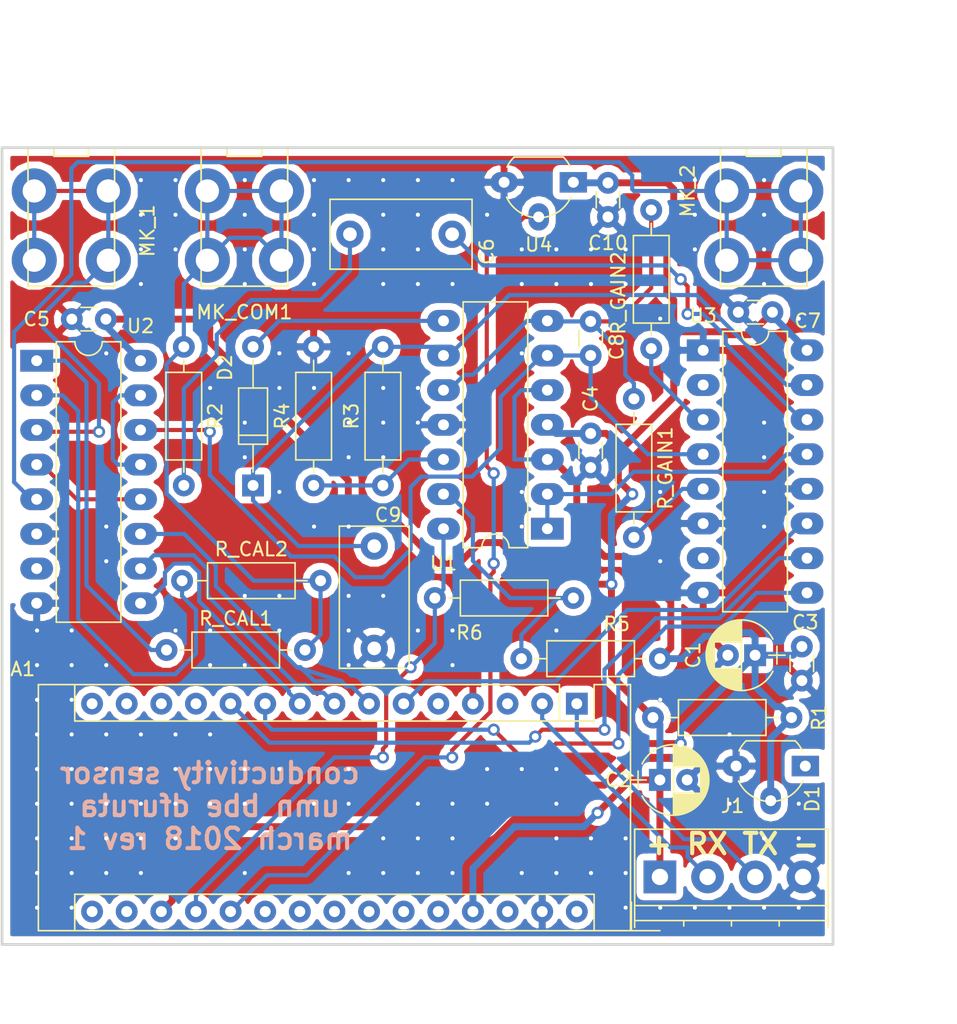
<source format=kicad_pcb>
(kicad_pcb (version 20171130) (host pcbnew "(5.0.0-rc2-dev-179-gab3780148)")
  (layers (0 F.Cu signal) (31 B.Cu signal) (34 B.Paste user) (35 F.Paste user) (36 B.SilkS user) (37 F.SilkS user) (38 B.Mask user) (39 F.Mask user) (44 Edge.Cuts user))
  (net 0 "")
  (net 1 /TX)
  (net 2 /RX)
  (net 3 VREF)
  (net 4 /PEAK)
  (net 5 GND)
  (net 6 "Net-(A1-Pad20)")
  (net 7 /PWM)
  (net 8 /CAL)
  (net 9 /CAL_SEL)
  (net 10 /PROBE_SEL)
  (net 11 /GAIN_SET)
  (net 12 /PEAK_RESET)
  (net 13 VCC)
  (net 14 "Net-(C6-Pad1)")
  (net 15 "Net-(C6-Pad2)")
  (net 16 "Net-(C8-Pad1)")
  (net 17 "Net-(C8-Pad2)")
  (net 18 "Net-(C9-Pad1)")
  (net 19 "Net-(D2-Pad2)")
  (net 20 "Net-(MK_1-Pad1)")
  (net 21 "Net-(MK_2-Pad1)")
  (net 22 "Net-(MK_COM1-Pad1)")
  (net 23 "Net-(R3-Pad1)")
  (net 24 "Net-(R5-Pad1)")
  (net 25 "Net-(R_CAL1-Pad1)")
  (net 26 "Net-(R_CAL2-Pad1)")
  (net 27 "Net-(R_GAIN1-Pad2)")
  (net 28 "Net-(R_GAIN2-Pad2)")
  (net 29 "Net-(U1-Pad1)")
  (net 30 "Net-(U2-Pad12)")
  (net 31 "Net-(U2-Pad13)")
  (module actives:TO-92 (layer F.Cu) (at 151.13 66.04 180)
    (fp_text reference U4 (at 2.54 -4.57 180) (layer F.SilkS))
    (fp_text value MCP9700A)
    (pad 2 thru_hole oval (at 2.54 -2.54 270) (size 2 1.5) (drill 0.8) (layers *.Cu *.Mask) (net 6 "Net-(A1-Pad20)"))
    (pad 1 thru_hole rect (at 0 0 270) (size 1.5 2) (drill 0.8) (layers *.Cu *.Mask) (net 13 VCC))
    (pad 3 thru_hole oval (at 5.08 0 270) (size 1.5 2) (drill 0.8) (layers *.Cu *.Mask) (net 5 GND))
  )
  (module passives:C_TH_CERAMIC_RADIAL_100mil (layer F.Cu) (at 153.67 68.58 90)
    (fp_text reference C10 (at -1.905 0 180) (layer F.SilkS))
    (fp_text value C_X7R)
    (pad 1 thru_hole circle (at 0 0 90) (size 1.6 1.6) (drill 0.8) (layers *.Cu *.Mask) (net 5 GND))
    (pad 2 thru_hole circle (at 2.5 0 90) (size 1.6 1.6) (drill 0.8) (layers *.Cu *.Mask) (net 13 VCC))
  )
  (module modules:Arduino_Nano (layer F.Cu) (at 151.384 104.267 270)
    (fp_text reference A1 (at -2.54 40.64) (layer F.SilkS))
    (fp_text value Arduino_Nano_v3.x)
    (pad 1 thru_hole rect (at 0 0 270) (size 1.6 1.6) (drill 0.8) (layers *.Cu *.Mask) (net 1 /TX))
    (pad 17 thru_hole oval (at 15.24 33.02 270) (size 1.6 1.6) (drill 0.8) (layers *.Cu *.Mask))
    (pad 2 thru_hole oval (at 0 2.54 270) (size 1.6 1.6) (drill 0.8) (layers *.Cu *.Mask) (net 2 /RX))
    (pad 18 thru_hole oval (at 15.24 30.48 270) (size 1.6 1.6) (drill 0.8) (layers *.Cu *.Mask) (net 3 VREF))
    (pad 3 thru_hole oval (at 0 5.08 270) (size 1.6 1.6) (drill 0.8) (layers *.Cu *.Mask))
    (pad 19 thru_hole oval (at 15.24 27.94 270) (size 1.6 1.6) (drill 0.8) (layers *.Cu *.Mask) (net 4 /PEAK))
    (pad 4 thru_hole oval (at 0 7.62 270) (size 1.6 1.6) (drill 0.8) (layers *.Cu *.Mask) (net 5 GND))
    (pad 20 thru_hole oval (at 15.24 25.4 270) (size 1.6 1.6) (drill 0.8) (layers *.Cu *.Mask) (net 6 "Net-(A1-Pad20)"))
    (pad 5 thru_hole oval (at 0 10.16 270) (size 1.6 1.6) (drill 0.8) (layers *.Cu *.Mask))
    (pad 21 thru_hole oval (at 15.24 22.86 270) (size 1.6 1.6) (drill 0.8) (layers *.Cu *.Mask))
    (pad 6 thru_hole oval (at 0 12.7 270) (size 1.6 1.6) (drill 0.8) (layers *.Cu *.Mask) (net 7 /PWM))
    (pad 22 thru_hole oval (at 15.24 20.32 270) (size 1.6 1.6) (drill 0.8) (layers *.Cu *.Mask))
    (pad 7 thru_hole oval (at 0 15.24 270) (size 1.6 1.6) (drill 0.8) (layers *.Cu *.Mask) (net 8 /CAL))
    (pad 23 thru_hole oval (at 15.24 17.78 270) (size 1.6 1.6) (drill 0.8) (layers *.Cu *.Mask))
    (pad 8 thru_hole oval (at 0 17.78 270) (size 1.6 1.6) (drill 0.8) (layers *.Cu *.Mask) (net 9 /CAL_SEL))
    (pad 24 thru_hole oval (at 15.24 15.24 270) (size 1.6 1.6) (drill 0.8) (layers *.Cu *.Mask))
    (pad 9 thru_hole oval (at 0 20.32 270) (size 1.6 1.6) (drill 0.8) (layers *.Cu *.Mask) (net 10 /PROBE_SEL))
    (pad 25 thru_hole oval (at 15.24 12.7 270) (size 1.6 1.6) (drill 0.8) (layers *.Cu *.Mask))
    (pad 10 thru_hole oval (at 0 22.86 270) (size 1.6 1.6) (drill 0.8) (layers *.Cu *.Mask) (net 11 /GAIN_SET))
    (pad 26 thru_hole oval (at 15.24 10.16 270) (size 1.6 1.6) (drill 0.8) (layers *.Cu *.Mask))
    (pad 11 thru_hole oval (at 0 25.4 270) (size 1.6 1.6) (drill 0.8) (layers *.Cu *.Mask) (net 12 /PEAK_RESET))
    (pad 27 thru_hole oval (at 15.24 7.62 270) (size 1.6 1.6) (drill 0.8) (layers *.Cu *.Mask) (net 13 VCC))
    (pad 12 thru_hole oval (at 0 27.94 270) (size 1.6 1.6) (drill 0.8) (layers *.Cu *.Mask))
    (pad 28 thru_hole oval (at 15.24 5.08 270) (size 1.6 1.6) (drill 0.8) (layers *.Cu *.Mask))
    (pad 13 thru_hole oval (at 0 30.48 270) (size 1.6 1.6) (drill 0.8) (layers *.Cu *.Mask))
    (pad 29 thru_hole oval (at 15.24 2.54 270) (size 1.6 1.6) (drill 0.8) (layers *.Cu *.Mask) (net 5 GND))
    (pad 14 thru_hole oval (at 0 33.02 270) (size 1.6 1.6) (drill 0.8) (layers *.Cu *.Mask))
    (pad 30 thru_hole oval (at 15.24 0 270) (size 1.6 1.6) (drill 0.8) (layers *.Cu *.Mask))
    (pad 15 thru_hole oval (at 0 35.56 270) (size 1.6 1.6) (drill 0.8) (layers *.Cu *.Mask))
    (pad 16 thru_hole oval (at 15.24 35.56 270) (size 1.6 1.6) (drill 0.8) (layers *.Cu *.Mask))
  )
  (module actives:DIP-16 (layer F.Cu) (at 160.655 78.359)
    (fp_text reference U3 (at 0 -2.54) (layer F.SilkS))
    (fp_text value MAX4619)
    (pad 1 thru_hole rect (at 0 0) (size 2.4 1.6) (drill 0.8) (layers *.Cu *.Mask) (net 5 GND))
    (pad 9 thru_hole oval (at 7.62 17.78) (size 2.4 1.6) (drill 0.8) (layers *.Cu *.Mask) (net 11 /GAIN_SET))
    (pad 2 thru_hole oval (at 0 2.54) (size 2.4 1.6) (drill 0.8) (layers *.Cu *.Mask))
    (pad 10 thru_hole oval (at 7.62 15.24) (size 2.4 1.6) (drill 0.8) (layers *.Cu *.Mask) (net 12 /PEAK_RESET))
    (pad 3 thru_hole oval (at 0 5.08) (size 2.4 1.6) (drill 0.8) (layers *.Cu *.Mask) (net 28 "Net-(R_GAIN2-Pad2)"))
    (pad 11 thru_hole oval (at 7.62 12.7) (size 2.4 1.6) (drill 0.8) (layers *.Cu *.Mask) (net 7 /PWM))
    (pad 4 thru_hole oval (at 0 7.62) (size 2.4 1.6) (drill 0.8) (layers *.Cu *.Mask) (net 16 "Net-(C8-Pad1)"))
    (pad 12 thru_hole oval (at 7.62 10.16) (size 2.4 1.6) (drill 0.8) (layers *.Cu *.Mask) (net 5 GND))
    (pad 5 thru_hole oval (at 0 10.16) (size 2.4 1.6) (drill 0.8) (layers *.Cu *.Mask) (net 27 "Net-(R_GAIN1-Pad2)"))
    (pad 13 thru_hole oval (at 7.62 7.62) (size 2.4 1.6) (drill 0.8) (layers *.Cu *.Mask) (net 29 "Net-(U1-Pad1)"))
    (pad 6 thru_hole oval (at 0 12.7) (size 2.4 1.6) (drill 0.8) (layers *.Cu *.Mask) (net 5 GND))
    (pad 14 thru_hole oval (at 7.62 5.08) (size 2.4 1.6) (drill 0.8) (layers *.Cu *.Mask) (net 14 "Net-(C6-Pad1)"))
    (pad 7 thru_hole oval (at 0 15.24) (size 2.4 1.6) (drill 0.8) (layers *.Cu *.Mask))
    (pad 15 thru_hole oval (at 7.62 2.54) (size 2.4 1.6) (drill 0.8) (layers *.Cu *.Mask) (net 18 "Net-(C9-Pad1)"))
    (pad 8 thru_hole oval (at 0 17.78) (size 2.4 1.6) (drill 0.8) (layers *.Cu *.Mask) (net 5 GND))
    (pad 16 thru_hole oval (at 7.62 0) (size 2.4 1.6) (drill 0.8) (layers *.Cu *.Mask) (net 13 VCC))
  )
  (module actives:DIP-16 (layer F.Cu) (at 111.76 79.121)
    (fp_text reference U2 (at 7.62 -2.54) (layer F.SilkS))
    (fp_text value MAX4619)
    (pad 1 thru_hole rect (at 0 0) (size 2.4 1.6) (drill 0.8) (layers *.Cu *.Mask) (net 25 "Net-(R_CAL1-Pad1)"))
    (pad 9 thru_hole oval (at 7.62 17.78) (size 2.4 1.6) (drill 0.8) (layers *.Cu *.Mask) (net 10 /PROBE_SEL))
    (pad 2 thru_hole oval (at 0 2.54) (size 2.4 1.6) (drill 0.8) (layers *.Cu *.Mask) (net 26 "Net-(R_CAL2-Pad1)"))
    (pad 10 thru_hole oval (at 7.62 15.24) (size 2.4 1.6) (drill 0.8) (layers *.Cu *.Mask) (net 9 /CAL_SEL))
    (pad 3 thru_hole oval (at 0 5.08) (size 2.4 1.6) (drill 0.8) (layers *.Cu *.Mask) (net 20 "Net-(MK_1-Pad1)"))
    (pad 11 thru_hole oval (at 7.62 12.7) (size 2.4 1.6) (drill 0.8) (layers *.Cu *.Mask) (net 8 /CAL))
    (pad 4 thru_hole oval (at 0 7.62) (size 2.4 1.6) (drill 0.8) (layers *.Cu *.Mask) (net 30 "Net-(U2-Pad12)"))
    (pad 12 thru_hole oval (at 7.62 10.16) (size 2.4 1.6) (drill 0.8) (layers *.Cu *.Mask) (net 30 "Net-(U2-Pad12)"))
    (pad 5 thru_hole oval (at 0 10.16) (size 2.4 1.6) (drill 0.8) (layers *.Cu *.Mask) (net 21 "Net-(MK_2-Pad1)"))
    (pad 13 thru_hole oval (at 7.62 7.62) (size 2.4 1.6) (drill 0.8) (layers *.Cu *.Mask) (net 31 "Net-(U2-Pad13)"))
    (pad 6 thru_hole oval (at 0 12.7) (size 2.4 1.6) (drill 0.8) (layers *.Cu *.Mask) (net 5 GND))
    (pad 14 thru_hole oval (at 7.62 5.08) (size 2.4 1.6) (drill 0.8) (layers *.Cu *.Mask) (net 16 "Net-(C8-Pad1)"))
    (pad 7 thru_hole oval (at 0 15.24) (size 2.4 1.6) (drill 0.8) (layers *.Cu *.Mask))
    (pad 15 thru_hole oval (at 7.62 2.54) (size 2.4 1.6) (drill 0.8) (layers *.Cu *.Mask) (net 31 "Net-(U2-Pad13)"))
    (pad 8 thru_hole oval (at 0 17.78) (size 2.4 1.6) (drill 0.8) (layers *.Cu *.Mask) (net 5 GND))
    (pad 16 thru_hole oval (at 7.62 0) (size 2.4 1.6) (drill 0.8) (layers *.Cu *.Mask) (net 13 VCC))
  )
  (module actives:DIP-14 (layer F.Cu) (at 149.225 91.44 180)
    (fp_text reference U1 (at 7.62 -2.54 180) (layer F.SilkS))
    (fp_text value MCP6024)
    (pad 1 thru_hole rect (at 0 0 180) (size 2.4 1.6) (drill 0.8) (layers *.Cu *.Mask) (net 29 "Net-(U1-Pad1)"))
    (pad 8 thru_hole oval (at 7.62 15.24 180) (size 2.4 1.6) (drill 0.8) (layers *.Cu *.Mask) (net 19 "Net-(D2-Pad2)"))
    (pad 2 thru_hole oval (at 0 2.54 180) (size 2.4 1.6) (drill 0.8) (layers *.Cu *.Mask) (net 29 "Net-(U1-Pad1)"))
    (pad 9 thru_hole oval (at 7.62 12.7 180) (size 2.4 1.6) (drill 0.8) (layers *.Cu *.Mask) (net 18 "Net-(C9-Pad1)"))
    (pad 3 thru_hole oval (at 0 5.08 180) (size 2.4 1.6) (drill 0.8) (layers *.Cu *.Mask) (net 3 VREF))
    (pad 10 thru_hole oval (at 7.62 10.16 180) (size 2.4 1.6) (drill 0.8) (layers *.Cu *.Mask) (net 17 "Net-(C8-Pad2)"))
    (pad 4 thru_hole oval (at 0 7.62 180) (size 2.4 1.6) (drill 0.8) (layers *.Cu *.Mask) (net 13 VCC))
    (pad 11 thru_hole oval (at 7.62 7.62 180) (size 2.4 1.6) (drill 0.8) (layers *.Cu *.Mask) (net 5 GND))
    (pad 5 thru_hole oval (at 0 10.16 180) (size 2.4 1.6) (drill 0.8) (layers *.Cu *.Mask) (net 3 VREF))
    (pad 12 thru_hole oval (at 7.62 5.08 180) (size 2.4 1.6) (drill 0.8) (layers *.Cu *.Mask) (net 23 "Net-(R3-Pad1)"))
    (pad 6 thru_hole oval (at 0 12.7 180) (size 2.4 1.6) (drill 0.8) (layers *.Cu *.Mask) (net 16 "Net-(C8-Pad1)"))
    (pad 13 thru_hole oval (at 7.62 2.54 180) (size 2.4 1.6) (drill 0.8) (layers *.Cu *.Mask) (net 24 "Net-(R5-Pad1)"))
    (pad 7 thru_hole oval (at 0 15.24 180) (size 2.4 1.6) (drill 0.8) (layers *.Cu *.Mask) (net 17 "Net-(C8-Pad2)"))
    (pad 14 thru_hole oval (at 7.62 0 180) (size 2.4 1.6) (drill 0.8) (layers *.Cu *.Mask) (net 4 /PEAK))
  )
  (module passives:R_TH_0.25W_400mil (layer F.Cu) (at 156.845 68.072 270)
    (fp_text reference R_GAIN2 (at 6.096 2.413 270) (layer F.SilkS))
    (fp_text value TBD)
    (pad 1 thru_hole circle (at 0 0 270) (size 1.6 1.6) (drill 0.8) (layers *.Cu *.Mask) (net 17 "Net-(C8-Pad2)"))
    (pad 2 thru_hole oval (at 10.16 0 270) (size 1.6 1.6) (drill 0.8) (layers *.Cu *.Mask) (net 28 "Net-(R_GAIN2-Pad2)"))
  )
  (module passives:R_TH_0.25W_400mil (layer F.Cu) (at 155.575 81.915 270)
    (fp_text reference R_GAIN1 (at 5.08 -2.31 270) (layer F.SilkS))
    (fp_text value TBD)
    (pad 1 thru_hole circle (at 0 0 270) (size 1.6 1.6) (drill 0.8) (layers *.Cu *.Mask) (net 17 "Net-(C8-Pad2)"))
    (pad 2 thru_hole oval (at 10.16 0 270) (size 1.6 1.6) (drill 0.8) (layers *.Cu *.Mask) (net 27 "Net-(R_GAIN1-Pad2)"))
  )
  (module passives:R_TH_0.25W_400mil (layer F.Cu) (at 122.428 95.25)
    (fp_text reference R_CAL2 (at 5.08 -2.31) (layer F.SilkS))
    (fp_text value TBD)
    (pad 1 thru_hole circle (at 0 0) (size 1.6 1.6) (drill 0.8) (layers *.Cu *.Mask) (net 26 "Net-(R_CAL2-Pad1)"))
    (pad 2 thru_hole oval (at 10.16 0) (size 1.6 1.6) (drill 0.8) (layers *.Cu *.Mask) (net 22 "Net-(MK_COM1-Pad1)"))
  )
  (module passives:R_TH_0.25W_400mil (layer F.Cu) (at 121.285 100.33)
    (fp_text reference R_CAL1 (at 5.08 -2.31) (layer F.SilkS))
    (fp_text value TBD)
    (pad 1 thru_hole circle (at 0 0) (size 1.6 1.6) (drill 0.8) (layers *.Cu *.Mask) (net 25 "Net-(R_CAL1-Pad1)"))
    (pad 2 thru_hole oval (at 10.16 0) (size 1.6 1.6) (drill 0.8) (layers *.Cu *.Mask) (net 22 "Net-(MK_COM1-Pad1)"))
  )
  (module passives:R_TH_0.25W_400mil (layer F.Cu) (at 140.97 96.52)
    (fp_text reference R6 (at 2.54 2.54) (layer F.SilkS))
    (fp_text value 100k)
    (pad 1 thru_hole circle (at 0 0) (size 1.6 1.6) (drill 0.8) (layers *.Cu *.Mask) (net 4 /PEAK))
    (pad 2 thru_hole oval (at 10.16 0) (size 1.6 1.6) (drill 0.8) (layers *.Cu *.Mask) (net 24 "Net-(R5-Pad1)"))
  )
  (module passives:R_TH_0.25W_400mil (layer F.Cu) (at 147.32 100.965)
    (fp_text reference R5 (at 6.985 -2.54) (layer F.SilkS))
    (fp_text value 100k)
    (pad 1 thru_hole circle (at 0 0) (size 1.6 1.6) (drill 0.8) (layers *.Cu *.Mask) (net 24 "Net-(R5-Pad1)"))
    (pad 2 thru_hole oval (at 10.16 0) (size 1.6 1.6) (drill 0.8) (layers *.Cu *.Mask) (net 3 VREF))
  )
  (module passives:R_TH_0.25W_400mil (layer F.Cu) (at 132.08 88.265 90)
    (fp_text reference R4 (at 5.08 -2.31 90) (layer F.SilkS))
    (fp_text value 100k)
    (pad 1 thru_hole circle (at 0 0 90) (size 1.6 1.6) (drill 0.8) (layers *.Cu *.Mask) (net 23 "Net-(R3-Pad1)"))
    (pad 2 thru_hole oval (at 10.16 0 90) (size 1.6 1.6) (drill 0.8) (layers *.Cu *.Mask) (net 5 GND))
  )
  (module passives:R_TH_0.25W_400mil (layer F.Cu) (at 137.16 88.265 90)
    (fp_text reference R3 (at 5.08 -2.31 90) (layer F.SilkS))
    (fp_text value 100k)
    (pad 1 thru_hole circle (at 0 0 90) (size 1.6 1.6) (drill 0.8) (layers *.Cu *.Mask) (net 23 "Net-(R3-Pad1)"))
    (pad 2 thru_hole oval (at 10.16 0 90) (size 1.6 1.6) (drill 0.8) (layers *.Cu *.Mask) (net 18 "Net-(C9-Pad1)"))
  )
  (module passives:R_TH_0.25W_400mil (layer F.Cu) (at 122.555 78.105 270)
    (fp_text reference R2 (at 5.08 -2.31 270) (layer F.SilkS))
    (fp_text value 100R)
    (pad 1 thru_hole circle (at 0 0 270) (size 1.6 1.6) (drill 0.8) (layers *.Cu *.Mask) (net 22 "Net-(MK_COM1-Pad1)"))
    (pad 2 thru_hole oval (at 10.16 0 270) (size 1.6 1.6) (drill 0.8) (layers *.Cu *.Mask) (net 15 "Net-(C6-Pad2)"))
  )
  (module passives:R_TH_0.25W_400mil (layer F.Cu) (at 156.972 105.283)
    (fp_text reference R1 (at 12.192 0 90) (layer F.SilkS))
    (fp_text value 1k)
    (pad 1 thru_hole circle (at 0 0) (size 1.6 1.6) (drill 0.8) (layers *.Cu *.Mask) (net 13 VCC))
    (pad 2 thru_hole oval (at 10.16 0) (size 1.6 1.6) (drill 0.8) (layers *.Cu *.Mask) (net 3 VREF))
  )
  (module connectors:TerminalBlock_04x3.5mm_Straight (layer F.Cu) (at 157.48 116.967)
    (fp_text reference J1 (at 5.334 -5.207 180) (layer F.SilkS))
    (fp_text value Screw_Terminal_01x04)
    (pad 1 thru_hole rect (at 0 0) (size 2.4 2.4) (drill 1.2) (layers *.Cu *.Mask) (net 13 VCC))
    (pad 2 thru_hole circle (at 3.5 0) (size 2.4 2.4) (drill 1.2) (layers *.Cu *.Mask) (net 2 /RX))
    (pad 3 thru_hole circle (at 7 0) (size 2.4 2.4) (drill 1.2) (layers *.Cu *.Mask) (net 1 /TX))
    (pad 4 thru_hole circle (at 10.5 0) (size 2.4 2.4) (drill 1.2) (layers *.Cu *.Mask) (net 5 GND))
  )
  (module passives:DO-35 (layer F.Cu) (at 127.635 88.265 90)
    (fp_text reference D2 (at 8.636 -2.06 90) (layer F.SilkS))
    (fp_text value 1N4148)
    (pad 1 thru_hole rect (at 0 0 90) (size 1.6 1.6) (drill 0.8) (layers *.Cu *.Mask) (net 18 "Net-(C9-Pad1)"))
    (pad 2 thru_hole oval (at 10.16 0 90) (size 1.6 1.6) (drill 0.8) (layers *.Cu *.Mask) (net 19 "Net-(D2-Pad2)"))
  )
  (module actives:TO-92 (layer F.Cu) (at 168.148 108.839 180)
    (fp_text reference D1 (at -0.508 -2.413 270) (layer F.SilkS))
    (fp_text value LM285LP-1.2)
    (pad 2 thru_hole oval (at 2.54 -2.54 270) (size 2 1.5) (drill 0.8) (layers *.Cu *.Mask) (net 3 VREF))
    (pad 1 thru_hole rect (at 0 0 270) (size 1.5 2) (drill 0.8) (layers *.Cu *.Mask))
    (pad 3 thru_hole oval (at 5.08 0 270) (size 1.5 2) (drill 0.8) (layers *.Cu *.Mask) (net 5 GND))
  )
  (module passives:C_FILM_L10.3mm_W5.0mm_P7.50mm (layer F.Cu) (at 136.525 92.71 270)
    (fp_text reference C9 (at -2.286 -1.016) (layer F.SilkS))
    (fp_text value "100nF PP")
    (pad 1 thru_hole circle (at 0 0 270) (size 2 2) (drill 1) (layers *.Cu *.Mask) (net 18 "Net-(C9-Pad1)"))
    (pad 2 thru_hole circle (at 7.5 0 270) (size 2 2) (drill 1) (layers *.Cu *.Mask) (net 5 GND))
  )
  (module passives:C_TH_CERAMIC_RADIAL_100mil (layer F.Cu) (at 152.4 78.74 90)
    (fp_text reference C8 (at 0.635 1.905 90) (layer F.SilkS))
    (fp_text value TBD)
    (pad 1 thru_hole circle (at 0 0 90) (size 1.6 1.6) (drill 0.8) (layers *.Cu *.Mask) (net 16 "Net-(C8-Pad1)"))
    (pad 2 thru_hole circle (at 2.5 0 90) (size 1.6 1.6) (drill 0.8) (layers *.Cu *.Mask) (net 17 "Net-(C8-Pad2)"))
  )
  (module passives:C_TH_CERAMIC_RADIAL_100mil (layer F.Cu) (at 165.735 75.565 180)
    (fp_text reference C7 (at -2.58 -0.635 180) (layer F.SilkS))
    (fp_text value 100nF)
    (pad 1 thru_hole circle (at 0 0 180) (size 1.6 1.6) (drill 0.8) (layers *.Cu *.Mask) (net 13 VCC))
    (pad 2 thru_hole circle (at 2.5 0 180) (size 1.6 1.6) (drill 0.8) (layers *.Cu *.Mask) (net 5 GND))
  )
  (module passives:C_FILM_L10.3mm_W5.0mm_P7.50mm (layer F.Cu) (at 142.24 69.85 180)
    (fp_text reference C6 (at -2.54 -1.27 90) (layer F.SilkS))
    (fp_text value "100nF PP")
    (pad 1 thru_hole circle (at 0 0 180) (size 2 2) (drill 1) (layers *.Cu *.Mask) (net 14 "Net-(C6-Pad1)"))
    (pad 2 thru_hole circle (at 7.5 0 180) (size 2 2) (drill 1) (layers *.Cu *.Mask) (net 15 "Net-(C6-Pad2)"))
  )
  (module passives:C_TH_CERAMIC_RADIAL_100mil (layer F.Cu) (at 116.84 76.073 180)
    (fp_text reference C5 (at 5.08 0 180) (layer F.SilkS))
    (fp_text value 100nF)
    (pad 1 thru_hole circle (at 0 0 180) (size 1.6 1.6) (drill 0.8) (layers *.Cu *.Mask) (net 13 VCC))
    (pad 2 thru_hole circle (at 2.5 0 180) (size 1.6 1.6) (drill 0.8) (layers *.Cu *.Mask) (net 5 GND))
  )
  (module passives:C_TH_CERAMIC_RADIAL_100mil (layer F.Cu) (at 152.4 84.455 270)
    (fp_text reference C4 (at -2.54 0 270) (layer F.SilkS))
    (fp_text value 100nF)
    (pad 1 thru_hole circle (at 0 0 270) (size 1.6 1.6) (drill 0.8) (layers *.Cu *.Mask) (net 13 VCC))
    (pad 2 thru_hole circle (at 2.5 0 270) (size 1.6 1.6) (drill 0.8) (layers *.Cu *.Mask) (net 5 GND))
  )
  (module passives:C_TH_CERAMIC_RADIAL_100mil (layer F.Cu) (at 167.894 100.076 270)
    (fp_text reference C3 (at -1.778 -0.254 180) (layer F.SilkS))
    (fp_text value 100nF)
    (pad 1 thru_hole circle (at 0 0 270) (size 1.6 1.6) (drill 0.8) (layers *.Cu *.Mask) (net 3 VREF))
    (pad 2 thru_hole circle (at 2.5 0 270) (size 1.6 1.6) (drill 0.8) (layers *.Cu *.Mask) (net 5 GND))
  )
  (module passives:CP_TH_RADIAL_D5.0mm_P2.00mm (layer F.Cu) (at 157.48 109.855)
    (fp_text reference C2 (at -3.048 0) (layer F.SilkS))
    (fp_text value 10uF)
    (pad 1 thru_hole rect (at 0 0) (size 1.6 1.6) (drill 0.8) (layers *.Cu *.Mask) (net 13 VCC))
    (pad 2 thru_hole circle (at 2 0) (size 1.6 1.6) (drill 0.8) (layers *.Cu *.Mask) (net 5 GND))
  )
  (module passives:CP_TH_RADIAL_D5.0mm_P2.00mm (layer F.Cu) (at 164.465 100.711 180)
    (fp_text reference C1 (at 4.54 0 270) (layer F.SilkS))
    (fp_text value 10uF)
    (pad 1 thru_hole rect (at 0 0 180) (size 1.6 1.6) (drill 0.8) (layers *.Cu *.Mask) (net 3 VREF))
    (pad 2 thru_hole circle (at 2 0 180) (size 1.6 1.6) (drill 0.8) (layers *.Cu *.Mask) (net 5 GND))
  )
  (module "connectors:4-40 screw terminal keystone 7774" (layer F.Cu) (at 114.3 69.215)
    (fp_text reference MK_1 (at 5.588 0.381 90) (layer F.SilkS))
    (fp_text value Mounting_Hole_PAD)
    (pad 1 thru_hole circle (at -2.7178 -2.54) (size 3.302 3.302) (drill 1.7018) (layers *.Cu *.Mask) (net 20 "Net-(MK_1-Pad1)"))
    (pad 1 thru_hole circle (at -2.7178 2.54) (size 3.302 3.302) (drill 1.7018) (layers *.Cu *.Mask) (net 20 "Net-(MK_1-Pad1)"))
    (pad 1 thru_hole circle (at 2.7178 2.54) (size 3.302 3.302) (drill 1.7018) (layers *.Cu *.Mask) (net 20 "Net-(MK_1-Pad1)"))
    (pad 1 thru_hole circle (at 2.7178 -2.54) (size 3.302 3.302) (drill 1.7018) (layers *.Cu *.Mask) (net 20 "Net-(MK_1-Pad1)"))
  )
  (module "connectors:4-40 screw terminal keystone 7774" (layer F.Cu) (at 165.1 69.215)
    (fp_text reference MK_2 (at -5.588 -2.54 90) (layer F.SilkS))
    (fp_text value Mounting_Hole_PAD)
    (pad 1 thru_hole circle (at 2.7178 -2.54) (size 3.302 3.302) (drill 1.7018) (layers *.Cu *.Mask) (net 21 "Net-(MK_2-Pad1)"))
    (pad 1 thru_hole circle (at 2.7178 2.54) (size 3.302 3.302) (drill 1.7018) (layers *.Cu *.Mask) (net 21 "Net-(MK_2-Pad1)"))
    (pad 1 thru_hole circle (at -2.7178 2.54) (size 3.302 3.302) (drill 1.7018) (layers *.Cu *.Mask) (net 21 "Net-(MK_2-Pad1)"))
    (pad 1 thru_hole circle (at -2.7178 -2.54) (size 3.302 3.302) (drill 1.7018) (layers *.Cu *.Mask) (net 21 "Net-(MK_2-Pad1)"))
  )
  (module "connectors:4-40 screw terminal keystone 7774" (layer F.Cu) (at 127 69.215)
    (fp_text reference MK_COM1 (at 0 6.35) (layer F.SilkS))
    (fp_text value Mounting_Hole_PAD)
    (pad 1 thru_hole circle (at 2.7178 -2.54) (size 3.302 3.302) (drill 1.7018) (layers *.Cu *.Mask) (net 22 "Net-(MK_COM1-Pad1)"))
    (pad 1 thru_hole circle (at 2.7178 2.54) (size 3.302 3.302) (drill 1.7018) (layers *.Cu *.Mask) (net 22 "Net-(MK_COM1-Pad1)"))
    (pad 1 thru_hole circle (at -2.7178 2.54) (size 3.302 3.302) (drill 1.7018) (layers *.Cu *.Mask) (net 22 "Net-(MK_COM1-Pad1)"))
    (pad 1 thru_hole circle (at -2.7178 -2.54) (size 3.302 3.302) (drill 1.7018) (layers *.Cu *.Mask) (net 22 "Net-(MK_COM1-Pad1)"))
  )
  (module VIA_MATRIX (layer F.Cu) (at 119.405915 65.88)
    (fp_text reference V5_5 hide)
    (fp_text value AUTO_VIA hide)
    (pad 1 thru_hole circle (at 0 0) (size 0.35 0.35) (drill 0.3) (layers *.Cu) (net 5 GND) (clearance 0.2))
  )
  (module VIA_MATRIX (layer F.Cu) (at 121.945915 65.88)
    (fp_text reference V6_5 hide)
    (fp_text value AUTO_VIA hide)
    (pad 1 thru_hole circle (at 0 0) (size 0.35 0.35) (drill 0.3) (layers *.Cu) (net 5 GND) (clearance 0.2))
  )
  (module VIA_MATRIX (layer F.Cu) (at 127.025915 65.88)
    (fp_text reference V8_5 hide)
    (fp_text value AUTO_VIA hide)
    (pad 1 thru_hole circle (at 0 0) (size 0.35 0.35) (drill 0.3) (layers *.Cu) (net 5 GND) (clearance 0.2))
  )
  (module VIA_MATRIX (layer F.Cu) (at 132.105915 65.88)
    (fp_text reference V10_5 hide)
    (fp_text value AUTO_VIA hide)
    (pad 1 thru_hole circle (at 0 0) (size 0.35 0.35) (drill 0.3) (layers *.Cu) (net 5 GND) (clearance 0.2))
  )
  (module VIA_MATRIX (layer F.Cu) (at 134.645915 65.88)
    (fp_text reference V11_5 hide)
    (fp_text value AUTO_VIA hide)
    (pad 1 thru_hole circle (at 0 0) (size 0.35 0.35) (drill 0.3) (layers *.Cu) (net 5 GND) (clearance 0.2))
  )
  (module VIA_MATRIX (layer F.Cu) (at 137.185915 65.88)
    (fp_text reference V12_5 hide)
    (fp_text value AUTO_VIA hide)
    (pad 1 thru_hole circle (at 0 0) (size 0.35 0.35) (drill 0.3) (layers *.Cu) (net 5 GND) (clearance 0.2))
  )
  (module VIA_MATRIX (layer F.Cu) (at 139.725915 65.88)
    (fp_text reference V13_5 hide)
    (fp_text value AUTO_VIA hide)
    (pad 1 thru_hole circle (at 0 0) (size 0.35 0.35) (drill 0.3) (layers *.Cu) (net 5 GND) (clearance 0.2))
  )
  (module VIA_MATRIX (layer F.Cu) (at 142.265915 65.88)
    (fp_text reference V14_5 hide)
    (fp_text value AUTO_VIA hide)
    (pad 1 thru_hole circle (at 0 0) (size 0.35 0.35) (drill 0.3) (layers *.Cu) (net 5 GND) (clearance 0.2))
  )
  (module VIA_MATRIX (layer F.Cu) (at 160.045915 65.88)
    (fp_text reference V21_5 hide)
    (fp_text value AUTO_VIA hide)
    (pad 1 thru_hole circle (at 0 0) (size 0.35 0.35) (drill 0.3) (layers *.Cu) (net 5 GND) (clearance 0.2))
  )
  (module VIA_MATRIX (layer F.Cu) (at 165.125915 65.88)
    (fp_text reference V23_5 hide)
    (fp_text value AUTO_VIA hide)
    (pad 1 thru_hole circle (at 0 0) (size 0.35 0.35) (drill 0.3) (layers *.Cu) (net 5 GND) (clearance 0.2))
  )
  (module VIA_MATRIX (layer F.Cu) (at 119.405915 68.42)
    (fp_text reference V5_6 hide)
    (fp_text value AUTO_VIA hide)
    (pad 1 thru_hole circle (at 0 0) (size 0.35 0.35) (drill 0.3) (layers *.Cu) (net 5 GND) (clearance 0.2))
  )
  (module VIA_MATRIX (layer F.Cu) (at 121.945915 68.42)
    (fp_text reference V6_6 hide)
    (fp_text value AUTO_VIA hide)
    (pad 1 thru_hole circle (at 0 0) (size 0.35 0.35) (drill 0.3) (layers *.Cu) (net 5 GND) (clearance 0.2))
  )
  (module VIA_MATRIX (layer F.Cu) (at 127.025915 68.42)
    (fp_text reference V8_6 hide)
    (fp_text value AUTO_VIA hide)
    (pad 1 thru_hole circle (at 0 0) (size 0.35 0.35) (drill 0.3) (layers *.Cu) (net 5 GND) (clearance 0.2))
  )
  (module VIA_MATRIX (layer F.Cu) (at 132.105915 68.42)
    (fp_text reference V10_6 hide)
    (fp_text value AUTO_VIA hide)
    (pad 1 thru_hole circle (at 0 0) (size 0.35 0.35) (drill 0.3) (layers *.Cu) (net 5 GND) (clearance 0.2))
  )
  (module VIA_MATRIX (layer F.Cu) (at 137.185915 68.42)
    (fp_text reference V12_6 hide)
    (fp_text value AUTO_VIA hide)
    (pad 1 thru_hole circle (at 0 0) (size 0.35 0.35) (drill 0.3) (layers *.Cu) (net 5 GND) (clearance 0.2))
  )
  (module VIA_MATRIX (layer F.Cu) (at 139.725915 68.42)
    (fp_text reference V13_6 hide)
    (fp_text value AUTO_VIA hide)
    (pad 1 thru_hole circle (at 0 0) (size 0.35 0.35) (drill 0.3) (layers *.Cu) (net 5 GND) (clearance 0.2))
  )
  (module VIA_MATRIX (layer F.Cu) (at 144.805915 68.42)
    (fp_text reference V15_6 hide)
    (fp_text value AUTO_VIA hide)
    (pad 1 thru_hole circle (at 0 0) (size 0.35 0.35) (drill 0.3) (layers *.Cu) (net 5 GND) (clearance 0.2))
  )
  (module VIA_MATRIX (layer F.Cu) (at 160.045915 68.42)
    (fp_text reference V21_6 hide)
    (fp_text value AUTO_VIA hide)
    (pad 1 thru_hole circle (at 0 0) (size 0.35 0.35) (drill 0.3) (layers *.Cu) (net 5 GND) (clearance 0.2))
  )
  (module VIA_MATRIX (layer F.Cu) (at 165.125915 68.42)
    (fp_text reference V23_6 hide)
    (fp_text value AUTO_VIA hide)
    (pad 1 thru_hole circle (at 0 0) (size 0.35 0.35) (drill 0.3) (layers *.Cu) (net 5 GND) (clearance 0.2))
  )
  (module VIA_MATRIX (layer F.Cu) (at 119.405915 70.96)
    (fp_text reference V5_7 hide)
    (fp_text value AUTO_VIA hide)
    (pad 1 thru_hole circle (at 0 0) (size 0.35 0.35) (drill 0.3) (layers *.Cu) (net 5 GND) (clearance 0.2))
  )
  (module VIA_MATRIX (layer F.Cu) (at 121.945915 70.96)
    (fp_text reference V6_7 hide)
    (fp_text value AUTO_VIA hide)
    (pad 1 thru_hole circle (at 0 0) (size 0.35 0.35) (drill 0.3) (layers *.Cu) (net 5 GND) (clearance 0.2))
  )
  (module VIA_MATRIX (layer F.Cu) (at 127.025915 70.96)
    (fp_text reference V8_7 hide)
    (fp_text value AUTO_VIA hide)
    (pad 1 thru_hole circle (at 0 0) (size 0.35 0.35) (drill 0.3) (layers *.Cu) (net 5 GND) (clearance 0.2))
  )
  (module VIA_MATRIX (layer F.Cu) (at 132.105915 70.96)
    (fp_text reference V10_7 hide)
    (fp_text value AUTO_VIA hide)
    (pad 1 thru_hole circle (at 0 0) (size 0.35 0.35) (drill 0.3) (layers *.Cu) (net 5 GND) (clearance 0.2))
  )
  (module VIA_MATRIX (layer F.Cu) (at 137.185915 70.96)
    (fp_text reference V12_7 hide)
    (fp_text value AUTO_VIA hide)
    (pad 1 thru_hole circle (at 0 0) (size 0.35 0.35) (drill 0.3) (layers *.Cu) (net 5 GND) (clearance 0.2))
  )
  (module VIA_MATRIX (layer F.Cu) (at 139.725915 70.96)
    (fp_text reference V13_7 hide)
    (fp_text value AUTO_VIA hide)
    (pad 1 thru_hole circle (at 0 0) (size 0.35 0.35) (drill 0.3) (layers *.Cu) (net 5 GND) (clearance 0.2))
  )
  (module VIA_MATRIX (layer F.Cu) (at 147.345915 70.96)
    (fp_text reference V16_7 hide)
    (fp_text value AUTO_VIA hide)
    (pad 1 thru_hole circle (at 0 0) (size 0.35 0.35) (drill 0.3) (layers *.Cu) (net 5 GND) (clearance 0.2))
  )
  (module VIA_MATRIX (layer F.Cu) (at 149.885915 70.96)
    (fp_text reference V17_7 hide)
    (fp_text value AUTO_VIA hide)
    (pad 1 thru_hole circle (at 0 0) (size 0.35 0.35) (drill 0.3) (layers *.Cu) (net 5 GND) (clearance 0.2))
  )
  (module VIA_MATRIX (layer F.Cu) (at 152.425915 70.96)
    (fp_text reference V18_7 hide)
    (fp_text value AUTO_VIA hide)
    (pad 1 thru_hole circle (at 0 0) (size 0.35 0.35) (drill 0.3) (layers *.Cu) (net 5 GND) (clearance 0.2))
  )
  (module VIA_MATRIX (layer F.Cu) (at 154.965915 70.96)
    (fp_text reference V19_7 hide)
    (fp_text value AUTO_VIA hide)
    (pad 1 thru_hole circle (at 0 0) (size 0.35 0.35) (drill 0.3) (layers *.Cu) (net 5 GND) (clearance 0.2))
  )
  (module VIA_MATRIX (layer F.Cu) (at 160.045915 70.96)
    (fp_text reference V21_7 hide)
    (fp_text value AUTO_VIA hide)
    (pad 1 thru_hole circle (at 0 0) (size 0.35 0.35) (drill 0.3) (layers *.Cu) (net 5 GND) (clearance 0.2))
  )
  (module VIA_MATRIX (layer F.Cu) (at 165.125915 70.96)
    (fp_text reference V23_7 hide)
    (fp_text value AUTO_VIA hide)
    (pad 1 thru_hole circle (at 0 0) (size 0.35 0.35) (drill 0.3) (layers *.Cu) (net 5 GND) (clearance 0.2))
  )
  (module VIA_MATRIX (layer F.Cu) (at 119.405915 73.5)
    (fp_text reference V5_8 hide)
    (fp_text value AUTO_VIA hide)
    (pad 1 thru_hole circle (at 0 0) (size 0.35 0.35) (drill 0.3) (layers *.Cu) (net 5 GND) (clearance 0.2))
  )
  (module VIA_MATRIX (layer F.Cu) (at 127.025915 73.5)
    (fp_text reference V8_8 hide)
    (fp_text value AUTO_VIA hide)
    (pad 1 thru_hole circle (at 0 0) (size 0.35 0.35) (drill 0.3) (layers *.Cu) (net 5 GND) (clearance 0.2))
  )
  (module VIA_MATRIX (layer F.Cu) (at 132.105915 73.5)
    (fp_text reference V10_8 hide)
    (fp_text value AUTO_VIA hide)
    (pad 1 thru_hole circle (at 0 0) (size 0.35 0.35) (drill 0.3) (layers *.Cu) (net 5 GND) (clearance 0.2))
  )
  (module VIA_MATRIX (layer F.Cu) (at 137.185915 73.5)
    (fp_text reference V12_8 hide)
    (fp_text value AUTO_VIA hide)
    (pad 1 thru_hole circle (at 0 0) (size 0.35 0.35) (drill 0.3) (layers *.Cu) (net 5 GND) (clearance 0.2))
  )
  (module VIA_MATRIX (layer F.Cu) (at 139.725915 73.5)
    (fp_text reference V13_8 hide)
    (fp_text value AUTO_VIA hide)
    (pad 1 thru_hole circle (at 0 0) (size 0.35 0.35) (drill 0.3) (layers *.Cu) (net 5 GND) (clearance 0.2))
  )
  (module VIA_MATRIX (layer F.Cu) (at 142.265915 73.5)
    (fp_text reference V14_8 hide)
    (fp_text value AUTO_VIA hide)
    (pad 1 thru_hole circle (at 0 0) (size 0.35 0.35) (drill 0.3) (layers *.Cu) (net 5 GND) (clearance 0.2))
  )
  (module VIA_MATRIX (layer F.Cu) (at 147.345915 73.5)
    (fp_text reference V16_8 hide)
    (fp_text value AUTO_VIA hide)
    (pad 1 thru_hole circle (at 0 0) (size 0.35 0.35) (drill 0.3) (layers *.Cu) (net 5 GND) (clearance 0.2))
  )
  (module VIA_MATRIX (layer F.Cu) (at 149.885915 73.5)
    (fp_text reference V17_8 hide)
    (fp_text value AUTO_VIA hide)
    (pad 1 thru_hole circle (at 0 0) (size 0.35 0.35) (drill 0.3) (layers *.Cu) (net 5 GND) (clearance 0.2))
  )
  (module VIA_MATRIX (layer F.Cu) (at 152.425915 73.5)
    (fp_text reference V18_8 hide)
    (fp_text value AUTO_VIA hide)
    (pad 1 thru_hole circle (at 0 0) (size 0.35 0.35) (drill 0.3) (layers *.Cu) (net 5 GND) (clearance 0.2))
  )
  (module VIA_MATRIX (layer F.Cu) (at 154.965915 73.5)
    (fp_text reference V19_8 hide)
    (fp_text value AUTO_VIA hide)
    (pad 1 thru_hole circle (at 0 0) (size 0.35 0.35) (drill 0.3) (layers *.Cu) (net 5 GND) (clearance 0.2))
  )
  (module VIA_MATRIX (layer F.Cu) (at 165.125915 73.5)
    (fp_text reference V23_8 hide)
    (fp_text value AUTO_VIA hide)
    (pad 1 thru_hole circle (at 0 0) (size 0.35 0.35) (drill 0.3) (layers *.Cu) (net 5 GND) (clearance 0.2))
  )
  (module VIA_MATRIX (layer F.Cu) (at 157.505915 76.04)
    (fp_text reference V20_9 hide)
    (fp_text value AUTO_VIA hide)
    (pad 1 thru_hole circle (at 0 0) (size 0.35 0.35) (drill 0.3) (layers *.Cu) (net 5 GND) (clearance 0.2))
  )
  (module VIA_MATRIX (layer F.Cu) (at 167.665915 76.04)
    (fp_text reference V24_9 hide)
    (fp_text value AUTO_VIA hide)
    (pad 1 thru_hole circle (at 0 0) (size 0.35 0.35) (drill 0.3) (layers *.Cu) (net 5 GND) (clearance 0.2))
  )
  (module VIA_MATRIX (layer F.Cu) (at 116.865915 78.58)
    (fp_text reference V4_10 hide)
    (fp_text value AUTO_VIA hide)
    (pad 1 thru_hole circle (at 0 0) (size 0.35 0.35) (drill 0.3) (layers *.Cu) (net 5 GND) (clearance 0.2))
  )
  (module VIA_MATRIX (layer F.Cu) (at 129.565915 78.58)
    (fp_text reference V9_10 hide)
    (fp_text value AUTO_VIA hide)
    (pad 1 thru_hole circle (at 0 0) (size 0.35 0.35) (drill 0.3) (layers *.Cu) (net 5 GND) (clearance 0.2))
  )
  (module VIA_MATRIX (layer F.Cu) (at 134.645915 78.58)
    (fp_text reference V11_10 hide)
    (fp_text value AUTO_VIA hide)
    (pad 1 thru_hole circle (at 0 0) (size 0.35 0.35) (drill 0.3) (layers *.Cu) (net 5 GND) (clearance 0.2))
  )
  (module VIA_MATRIX (layer F.Cu) (at 147.345915 78.58)
    (fp_text reference V16_10 hide)
    (fp_text value AUTO_VIA hide)
    (pad 1 thru_hole circle (at 0 0) (size 0.35 0.35) (drill 0.3) (layers *.Cu) (net 5 GND) (clearance 0.2))
  )
  (module VIA_MATRIX (layer F.Cu) (at 124.485915 81.12)
    (fp_text reference V7_11 hide)
    (fp_text value AUTO_VIA hide)
    (pad 1 thru_hole circle (at 0 0) (size 0.35 0.35) (drill 0.3) (layers *.Cu) (net 5 GND) (clearance 0.2))
  )
  (module VIA_MATRIX (layer F.Cu) (at 129.565915 81.12)
    (fp_text reference V9_11 hide)
    (fp_text value AUTO_VIA hide)
    (pad 1 thru_hole circle (at 0 0) (size 0.35 0.35) (drill 0.3) (layers *.Cu) (net 5 GND) (clearance 0.2))
  )
  (module VIA_MATRIX (layer F.Cu) (at 132.105915 81.12)
    (fp_text reference V10_11 hide)
    (fp_text value AUTO_VIA hide)
    (pad 1 thru_hole circle (at 0 0) (size 0.35 0.35) (drill 0.3) (layers *.Cu) (net 5 GND) (clearance 0.2))
  )
  (module VIA_MATRIX (layer F.Cu) (at 137.185915 81.12)
    (fp_text reference V12_11 hide)
    (fp_text value AUTO_VIA hide)
    (pad 1 thru_hole circle (at 0 0) (size 0.35 0.35) (drill 0.3) (layers *.Cu) (net 5 GND) (clearance 0.2))
  )
  (module VIA_MATRIX (layer F.Cu) (at 139.725915 81.12)
    (fp_text reference V13_11 hide)
    (fp_text value AUTO_VIA hide)
    (pad 1 thru_hole circle (at 0 0) (size 0.35 0.35) (drill 0.3) (layers *.Cu) (net 5 GND) (clearance 0.2))
  )
  (module VIA_MATRIX (layer F.Cu) (at 127.025915 83.66)
    (fp_text reference V8_12 hide)
    (fp_text value AUTO_VIA hide)
    (pad 1 thru_hole circle (at 0 0) (size 0.35 0.35) (drill 0.3) (layers *.Cu) (net 5 GND) (clearance 0.2))
  )
  (module VIA_MATRIX (layer F.Cu) (at 134.645915 83.66)
    (fp_text reference V11_12 hide)
    (fp_text value AUTO_VIA hide)
    (pad 1 thru_hole circle (at 0 0) (size 0.35 0.35) (drill 0.3) (layers *.Cu) (net 5 GND) (clearance 0.2))
  )
  (module VIA_MATRIX (layer F.Cu) (at 137.185915 83.66)
    (fp_text reference V12_12 hide)
    (fp_text value AUTO_VIA hide)
    (pad 1 thru_hole circle (at 0 0) (size 0.35 0.35) (drill 0.3) (layers *.Cu) (net 5 GND) (clearance 0.2))
  )
  (module VIA_MATRIX (layer F.Cu) (at 139.725915 83.66)
    (fp_text reference V13_12 hide)
    (fp_text value AUTO_VIA hide)
    (pad 1 thru_hole circle (at 0 0) (size 0.35 0.35) (drill 0.3) (layers *.Cu) (net 5 GND) (clearance 0.2))
  )
  (module VIA_MATRIX (layer F.Cu) (at 165.125915 83.66)
    (fp_text reference V23_12 hide)
    (fp_text value AUTO_VIA hide)
    (pad 1 thru_hole circle (at 0 0) (size 0.35 0.35) (drill 0.3) (layers *.Cu) (net 5 GND) (clearance 0.2))
  )
  (module VIA_MATRIX (layer F.Cu) (at 127.025915 86.2)
    (fp_text reference V8_13 hide)
    (fp_text value AUTO_VIA hide)
    (pad 1 thru_hole circle (at 0 0) (size 0.35 0.35) (drill 0.3) (layers *.Cu) (net 5 GND) (clearance 0.2))
  )
  (module VIA_MATRIX (layer F.Cu) (at 134.645915 86.2)
    (fp_text reference V11_13 hide)
    (fp_text value AUTO_VIA hide)
    (pad 1 thru_hole circle (at 0 0) (size 0.35 0.35) (drill 0.3) (layers *.Cu) (net 5 GND) (clearance 0.2))
  )
  (module VIA_MATRIX (layer F.Cu) (at 137.185915 86.2)
    (fp_text reference V12_13 hide)
    (fp_text value AUTO_VIA hide)
    (pad 1 thru_hole circle (at 0 0) (size 0.35 0.35) (drill 0.3) (layers *.Cu) (net 5 GND) (clearance 0.2))
  )
  (module VIA_MATRIX (layer F.Cu) (at 165.125915 86.2)
    (fp_text reference V23_13 hide)
    (fp_text value AUTO_VIA hide)
    (pad 1 thru_hole circle (at 0 0) (size 0.35 0.35) (drill 0.3) (layers *.Cu) (net 5 GND) (clearance 0.2))
  )
  (module VIA_MATRIX (layer F.Cu) (at 129.565915 88.74)
    (fp_text reference V9_14 hide)
    (fp_text value AUTO_VIA hide)
    (pad 1 thru_hole circle (at 0 0) (size 0.35 0.35) (drill 0.3) (layers *.Cu) (net 5 GND) (clearance 0.2))
  )
  (module VIA_MATRIX (layer F.Cu) (at 147.345915 88.74)
    (fp_text reference V16_14 hide)
    (fp_text value AUTO_VIA hide)
    (pad 1 thru_hole circle (at 0 0) (size 0.35 0.35) (drill 0.3) (layers *.Cu) (net 5 GND) (clearance 0.2))
  )
  (module VIA_MATRIX (layer F.Cu) (at 157.505915 88.74)
    (fp_text reference V20_14 hide)
    (fp_text value AUTO_VIA hide)
    (pad 1 thru_hole circle (at 0 0) (size 0.35 0.35) (drill 0.3) (layers *.Cu) (net 5 GND) (clearance 0.2))
  )
  (module VIA_MATRIX (layer F.Cu) (at 165.125915 88.74)
    (fp_text reference V23_14 hide)
    (fp_text value AUTO_VIA hide)
    (pad 1 thru_hole circle (at 0 0) (size 0.35 0.35) (drill 0.3) (layers *.Cu) (net 5 GND) (clearance 0.2))
  )
  (module VIA_MATRIX (layer F.Cu) (at 116.865915 91.28)
    (fp_text reference V4_15 hide)
    (fp_text value AUTO_VIA hide)
    (pad 1 thru_hole circle (at 0 0) (size 0.35 0.35) (drill 0.3) (layers *.Cu) (net 5 GND) (clearance 0.2))
  )
  (module VIA_MATRIX (layer F.Cu) (at 132.105915 91.28)
    (fp_text reference V10_15 hide)
    (fp_text value AUTO_VIA hide)
    (pad 1 thru_hole circle (at 0 0) (size 0.35 0.35) (drill 0.3) (layers *.Cu) (net 5 GND) (clearance 0.2))
  )
  (module VIA_MATRIX (layer F.Cu) (at 134.645915 91.28)
    (fp_text reference V11_15 hide)
    (fp_text value AUTO_VIA hide)
    (pad 1 thru_hole circle (at 0 0) (size 0.35 0.35) (drill 0.3) (layers *.Cu) (net 5 GND) (clearance 0.2))
  )
  (module VIA_MATRIX (layer F.Cu) (at 147.345915 91.28)
    (fp_text reference V16_15 hide)
    (fp_text value AUTO_VIA hide)
    (pad 1 thru_hole circle (at 0 0) (size 0.35 0.35) (drill 0.3) (layers *.Cu) (net 5 GND) (clearance 0.2))
  )
  (module VIA_MATRIX (layer F.Cu) (at 165.125915 91.28)
    (fp_text reference V23_15 hide)
    (fp_text value AUTO_VIA hide)
    (pad 1 thru_hole circle (at 0 0) (size 0.35 0.35) (drill 0.3) (layers *.Cu) (net 5 GND) (clearance 0.2))
  )
  (module VIA_MATRIX (layer F.Cu) (at 116.865915 93.82)
    (fp_text reference V4_16 hide)
    (fp_text value AUTO_VIA hide)
    (pad 1 thru_hole circle (at 0 0) (size 0.35 0.35) (drill 0.3) (layers *.Cu) (net 5 GND) (clearance 0.2))
  )
  (module VIA_MATRIX (layer F.Cu) (at 157.505915 93.82)
    (fp_text reference V20_16 hide)
    (fp_text value AUTO_VIA hide)
    (pad 1 thru_hole circle (at 0 0) (size 0.35 0.35) (drill 0.3) (layers *.Cu) (net 5 GND) (clearance 0.2))
  )
  (module VIA_MATRIX (layer F.Cu) (at 127.025915 96.36)
    (fp_text reference V8_17 hide)
    (fp_text value AUTO_VIA hide)
    (pad 1 thru_hole circle (at 0 0) (size 0.35 0.35) (drill 0.3) (layers *.Cu) (net 5 GND) (clearance 0.2))
  )
  (module VIA_MATRIX (layer F.Cu) (at 129.565915 96.36)
    (fp_text reference V9_17 hide)
    (fp_text value AUTO_VIA hide)
    (pad 1 thru_hole circle (at 0 0) (size 0.35 0.35) (drill 0.3) (layers *.Cu) (net 5 GND) (clearance 0.2))
  )
  (module VIA_MATRIX (layer F.Cu) (at 134.645915 96.36)
    (fp_text reference V11_17 hide)
    (fp_text value AUTO_VIA hide)
    (pad 1 thru_hole circle (at 0 0) (size 0.35 0.35) (drill 0.3) (layers *.Cu) (net 5 GND) (clearance 0.2))
  )
  (module VIA_MATRIX (layer F.Cu) (at 137.185915 96.36)
    (fp_text reference V12_17 hide)
    (fp_text value AUTO_VIA hide)
    (pad 1 thru_hole circle (at 0 0) (size 0.35 0.35) (drill 0.3) (layers *.Cu) (net 5 GND) (clearance 0.2))
  )
  (module VIA_MATRIX (layer F.Cu) (at 111.785915 98.9)
    (fp_text reference V2_18 hide)
    (fp_text value AUTO_VIA hide)
    (pad 1 thru_hole circle (at 0 0) (size 0.35 0.35) (drill 0.3) (layers *.Cu) (net 5 GND) (clearance 0.2))
  )
  (module VIA_MATRIX (layer F.Cu) (at 114.325915 98.9)
    (fp_text reference V3_18 hide)
    (fp_text value AUTO_VIA hide)
    (pad 1 thru_hole circle (at 0 0) (size 0.35 0.35) (drill 0.3) (layers *.Cu) (net 5 GND) (clearance 0.2))
  )
  (module VIA_MATRIX (layer F.Cu) (at 121.945915 98.9)
    (fp_text reference V6_18 hide)
    (fp_text value AUTO_VIA hide)
    (pad 1 thru_hole circle (at 0 0) (size 0.35 0.35) (drill 0.3) (layers *.Cu) (net 5 GND) (clearance 0.2))
  )
  (module VIA_MATRIX (layer F.Cu) (at 124.485915 98.9)
    (fp_text reference V7_18 hide)
    (fp_text value AUTO_VIA hide)
    (pad 1 thru_hole circle (at 0 0) (size 0.35 0.35) (drill 0.3) (layers *.Cu) (net 5 GND) (clearance 0.2))
  )
  (module VIA_MATRIX (layer F.Cu) (at 129.565915 98.9)
    (fp_text reference V9_18 hide)
    (fp_text value AUTO_VIA hide)
    (pad 1 thru_hole circle (at 0 0) (size 0.35 0.35) (drill 0.3) (layers *.Cu) (net 5 GND) (clearance 0.2))
  )
  (module VIA_MATRIX (layer F.Cu) (at 134.645915 98.9)
    (fp_text reference V11_18 hide)
    (fp_text value AUTO_VIA hide)
    (pad 1 thru_hole circle (at 0 0) (size 0.35 0.35) (drill 0.3) (layers *.Cu) (net 5 GND) (clearance 0.2))
  )
  (module VIA_MATRIX (layer F.Cu) (at 139.725915 98.9)
    (fp_text reference V13_18 hide)
    (fp_text value AUTO_VIA hide)
    (pad 1 thru_hole circle (at 0 0) (size 0.35 0.35) (drill 0.3) (layers *.Cu) (net 5 GND) (clearance 0.2))
  )
  (module VIA_MATRIX (layer F.Cu) (at 142.265915 98.9)
    (fp_text reference V14_18 hide)
    (fp_text value AUTO_VIA hide)
    (pad 1 thru_hole circle (at 0 0) (size 0.35 0.35) (drill 0.3) (layers *.Cu) (net 5 GND) (clearance 0.2))
  )
  (module VIA_MATRIX (layer F.Cu) (at 149.885915 98.9)
    (fp_text reference V17_18 hide)
    (fp_text value AUTO_VIA hide)
    (pad 1 thru_hole circle (at 0 0) (size 0.35 0.35) (drill 0.3) (layers *.Cu) (net 5 GND) (clearance 0.2))
  )
  (module VIA_MATRIX (layer F.Cu) (at 111.785915 101.44)
    (fp_text reference V2_19 hide)
    (fp_text value AUTO_VIA hide)
    (pad 1 thru_hole circle (at 0 0) (size 0.35 0.35) (drill 0.3) (layers *.Cu) (net 5 GND) (clearance 0.2))
  )
  (module VIA_MATRIX (layer F.Cu) (at 114.325915 101.44)
    (fp_text reference V3_19 hide)
    (fp_text value AUTO_VIA hide)
    (pad 1 thru_hole circle (at 0 0) (size 0.35 0.35) (drill 0.3) (layers *.Cu) (net 5 GND) (clearance 0.2))
  )
  (module VIA_MATRIX (layer F.Cu) (at 116.865915 101.44)
    (fp_text reference V4_19 hide)
    (fp_text value AUTO_VIA hide)
    (pad 1 thru_hole circle (at 0 0) (size 0.35 0.35) (drill 0.3) (layers *.Cu) (net 5 GND) (clearance 0.2))
  )
  (module VIA_MATRIX (layer F.Cu) (at 124.485915 101.44)
    (fp_text reference V7_19 hide)
    (fp_text value AUTO_VIA hide)
    (pad 1 thru_hole circle (at 0 0) (size 0.35 0.35) (drill 0.3) (layers *.Cu) (net 5 GND) (clearance 0.2))
  )
  (module VIA_MATRIX (layer F.Cu) (at 127.025915 101.44)
    (fp_text reference V8_19 hide)
    (fp_text value AUTO_VIA hide)
    (pad 1 thru_hole circle (at 0 0) (size 0.35 0.35) (drill 0.3) (layers *.Cu) (net 5 GND) (clearance 0.2))
  )
  (module VIA_MATRIX (layer F.Cu) (at 134.645915 101.44)
    (fp_text reference V11_19 hide)
    (fp_text value AUTO_VIA hide)
    (pad 1 thru_hole circle (at 0 0) (size 0.35 0.35) (drill 0.3) (layers *.Cu) (net 5 GND) (clearance 0.2))
  )
  (module VIA_MATRIX (layer F.Cu) (at 142.265915 101.44)
    (fp_text reference V14_19 hide)
    (fp_text value AUTO_VIA hide)
    (pad 1 thru_hole circle (at 0 0) (size 0.35 0.35) (drill 0.3) (layers *.Cu) (net 5 GND) (clearance 0.2))
  )
  (module VIA_MATRIX (layer F.Cu) (at 111.785915 103.98)
    (fp_text reference V2_20 hide)
    (fp_text value AUTO_VIA hide)
    (pad 1 thru_hole circle (at 0 0) (size 0.35 0.35) (drill 0.3) (layers *.Cu) (net 5 GND) (clearance 0.2))
  )
  (module VIA_MATRIX (layer F.Cu) (at 114.325915 103.98)
    (fp_text reference V3_20 hide)
    (fp_text value AUTO_VIA hide)
    (pad 1 thru_hole circle (at 0 0) (size 0.35 0.35) (drill 0.3) (layers *.Cu) (net 5 GND) (clearance 0.2))
  )
  (module VIA_MATRIX (layer F.Cu) (at 157.505915 103.98)
    (fp_text reference V20_20 hide)
    (fp_text value AUTO_VIA hide)
    (pad 1 thru_hole circle (at 0 0) (size 0.35 0.35) (drill 0.3) (layers *.Cu) (net 5 GND) (clearance 0.2))
  )
  (module VIA_MATRIX (layer F.Cu) (at 111.785915 106.52)
    (fp_text reference V2_21 hide)
    (fp_text value AUTO_VIA hide)
    (pad 1 thru_hole circle (at 0 0) (size 0.35 0.35) (drill 0.3) (layers *.Cu) (net 5 GND) (clearance 0.2))
  )
  (module VIA_MATRIX (layer F.Cu) (at 114.325915 106.52)
    (fp_text reference V3_21 hide)
    (fp_text value AUTO_VIA hide)
    (pad 1 thru_hole circle (at 0 0) (size 0.35 0.35) (drill 0.3) (layers *.Cu) (net 5 GND) (clearance 0.2))
  )
  (module VIA_MATRIX (layer F.Cu) (at 116.865915 106.52)
    (fp_text reference V4_21 hide)
    (fp_text value AUTO_VIA hide)
    (pad 1 thru_hole circle (at 0 0) (size 0.35 0.35) (drill 0.3) (layers *.Cu) (net 5 GND) (clearance 0.2))
  )
  (module VIA_MATRIX (layer F.Cu) (at 119.405915 106.52)
    (fp_text reference V5_21 hide)
    (fp_text value AUTO_VIA hide)
    (pad 1 thru_hole circle (at 0 0) (size 0.35 0.35) (drill 0.3) (layers *.Cu) (net 5 GND) (clearance 0.2))
  )
  (module VIA_MATRIX (layer F.Cu) (at 121.945915 106.52)
    (fp_text reference V6_21 hide)
    (fp_text value AUTO_VIA hide)
    (pad 1 thru_hole circle (at 0 0) (size 0.35 0.35) (drill 0.3) (layers *.Cu) (net 5 GND) (clearance 0.2))
  )
  (module VIA_MATRIX (layer F.Cu) (at 124.485915 106.52)
    (fp_text reference V7_21 hide)
    (fp_text value AUTO_VIA hide)
    (pad 1 thru_hole circle (at 0 0) (size 0.35 0.35) (drill 0.3) (layers *.Cu) (net 5 GND) (clearance 0.2))
  )
  (module VIA_MATRIX (layer F.Cu) (at 162.585915 106.52)
    (fp_text reference V22_21 hide)
    (fp_text value AUTO_VIA hide)
    (pad 1 thru_hole circle (at 0 0) (size 0.35 0.35) (drill 0.3) (layers *.Cu) (net 5 GND) (clearance 0.2))
  )
  (module VIA_MATRIX (layer F.Cu) (at 111.785915 109.06)
    (fp_text reference V2_22 hide)
    (fp_text value AUTO_VIA hide)
    (pad 1 thru_hole circle (at 0 0) (size 0.35 0.35) (drill 0.3) (layers *.Cu) (net 5 GND) (clearance 0.2))
  )
  (module VIA_MATRIX (layer F.Cu) (at 114.325915 109.06)
    (fp_text reference V3_22 hide)
    (fp_text value AUTO_VIA hide)
    (pad 1 thru_hole circle (at 0 0) (size 0.35 0.35) (drill 0.3) (layers *.Cu) (net 5 GND) (clearance 0.2))
  )
  (module VIA_MATRIX (layer F.Cu) (at 116.865915 109.06)
    (fp_text reference V4_22 hide)
    (fp_text value AUTO_VIA hide)
    (pad 1 thru_hole circle (at 0 0) (size 0.35 0.35) (drill 0.3) (layers *.Cu) (net 5 GND) (clearance 0.2))
  )
  (module VIA_MATRIX (layer F.Cu) (at 119.405915 109.06)
    (fp_text reference V5_22 hide)
    (fp_text value AUTO_VIA hide)
    (pad 1 thru_hole circle (at 0 0) (size 0.35 0.35) (drill 0.3) (layers *.Cu) (net 5 GND) (clearance 0.2))
  )
  (module VIA_MATRIX (layer F.Cu) (at 121.945915 109.06)
    (fp_text reference V6_22 hide)
    (fp_text value AUTO_VIA hide)
    (pad 1 thru_hole circle (at 0 0) (size 0.35 0.35) (drill 0.3) (layers *.Cu) (net 5 GND) (clearance 0.2))
  )
  (module VIA_MATRIX (layer F.Cu) (at 124.485915 109.06)
    (fp_text reference V7_22 hide)
    (fp_text value AUTO_VIA hide)
    (pad 1 thru_hole circle (at 0 0) (size 0.35 0.35) (drill 0.3) (layers *.Cu) (net 5 GND) (clearance 0.2))
  )
  (module VIA_MATRIX (layer F.Cu) (at 127.025915 109.06)
    (fp_text reference V8_22 hide)
    (fp_text value AUTO_VIA hide)
    (pad 1 thru_hole circle (at 0 0) (size 0.35 0.35) (drill 0.3) (layers *.Cu) (net 5 GND) (clearance 0.2))
  )
  (module VIA_MATRIX (layer F.Cu) (at 129.565915 109.06)
    (fp_text reference V9_22 hide)
    (fp_text value AUTO_VIA hide)
    (pad 1 thru_hole circle (at 0 0) (size 0.35 0.35) (drill 0.3) (layers *.Cu) (net 5 GND) (clearance 0.2))
  )
  (module VIA_MATRIX (layer F.Cu) (at 134.645915 109.06)
    (fp_text reference V11_22 hide)
    (fp_text value AUTO_VIA hide)
    (pad 1 thru_hole circle (at 0 0) (size 0.35 0.35) (drill 0.3) (layers *.Cu) (net 5 GND) (clearance 0.2))
  )
  (module VIA_MATRIX (layer F.Cu) (at 144.805915 109.06)
    (fp_text reference V15_22 hide)
    (fp_text value AUTO_VIA hide)
    (pad 1 thru_hole circle (at 0 0) (size 0.35 0.35) (drill 0.3) (layers *.Cu) (net 5 GND) (clearance 0.2))
  )
  (module VIA_MATRIX (layer F.Cu) (at 147.345915 109.06)
    (fp_text reference V16_22 hide)
    (fp_text value AUTO_VIA hide)
    (pad 1 thru_hole circle (at 0 0) (size 0.35 0.35) (drill 0.3) (layers *.Cu) (net 5 GND) (clearance 0.2))
  )
  (module VIA_MATRIX (layer F.Cu) (at 149.885915 109.06)
    (fp_text reference V17_22 hide)
    (fp_text value AUTO_VIA hide)
    (pad 1 thru_hole circle (at 0 0) (size 0.35 0.35) (drill 0.3) (layers *.Cu) (net 5 GND) (clearance 0.2))
  )
  (module VIA_MATRIX (layer F.Cu) (at 111.785915 111.6)
    (fp_text reference V2_23 hide)
    (fp_text value AUTO_VIA hide)
    (pad 1 thru_hole circle (at 0 0) (size 0.35 0.35) (drill 0.3) (layers *.Cu) (net 5 GND) (clearance 0.2))
  )
  (module VIA_MATRIX (layer F.Cu) (at 114.325915 111.6)
    (fp_text reference V3_23 hide)
    (fp_text value AUTO_VIA hide)
    (pad 1 thru_hole circle (at 0 0) (size 0.35 0.35) (drill 0.3) (layers *.Cu) (net 5 GND) (clearance 0.2))
  )
  (module VIA_MATRIX (layer F.Cu) (at 116.865915 111.6)
    (fp_text reference V4_23 hide)
    (fp_text value AUTO_VIA hide)
    (pad 1 thru_hole circle (at 0 0) (size 0.35 0.35) (drill 0.3) (layers *.Cu) (net 5 GND) (clearance 0.2))
  )
  (module VIA_MATRIX (layer F.Cu) (at 119.405915 111.6)
    (fp_text reference V5_23 hide)
    (fp_text value AUTO_VIA hide)
    (pad 1 thru_hole circle (at 0 0) (size 0.35 0.35) (drill 0.3) (layers *.Cu) (net 5 GND) (clearance 0.2))
  )
  (module VIA_MATRIX (layer F.Cu) (at 121.945915 111.6)
    (fp_text reference V6_23 hide)
    (fp_text value AUTO_VIA hide)
    (pad 1 thru_hole circle (at 0 0) (size 0.35 0.35) (drill 0.3) (layers *.Cu) (net 5 GND) (clearance 0.2))
  )
  (module VIA_MATRIX (layer F.Cu) (at 124.485915 111.6)
    (fp_text reference V7_23 hide)
    (fp_text value AUTO_VIA hide)
    (pad 1 thru_hole circle (at 0 0) (size 0.35 0.35) (drill 0.3) (layers *.Cu) (net 5 GND) (clearance 0.2))
  )
  (module VIA_MATRIX (layer F.Cu) (at 127.025915 111.6)
    (fp_text reference V8_23 hide)
    (fp_text value AUTO_VIA hide)
    (pad 1 thru_hole circle (at 0 0) (size 0.35 0.35) (drill 0.3) (layers *.Cu) (net 5 GND) (clearance 0.2))
  )
  (module VIA_MATRIX (layer F.Cu) (at 132.105915 111.6)
    (fp_text reference V10_23 hide)
    (fp_text value AUTO_VIA hide)
    (pad 1 thru_hole circle (at 0 0) (size 0.35 0.35) (drill 0.3) (layers *.Cu) (net 5 GND) (clearance 0.2))
  )
  (module VIA_MATRIX (layer F.Cu) (at 134.645915 111.6)
    (fp_text reference V11_23 hide)
    (fp_text value AUTO_VIA hide)
    (pad 1 thru_hole circle (at 0 0) (size 0.35 0.35) (drill 0.3) (layers *.Cu) (net 5 GND) (clearance 0.2))
  )
  (module VIA_MATRIX (layer F.Cu) (at 139.725915 111.6)
    (fp_text reference V13_23 hide)
    (fp_text value AUTO_VIA hide)
    (pad 1 thru_hole circle (at 0 0) (size 0.35 0.35) (drill 0.3) (layers *.Cu) (net 5 GND) (clearance 0.2))
  )
  (module VIA_MATRIX (layer F.Cu) (at 142.265915 111.6)
    (fp_text reference V14_23 hide)
    (fp_text value AUTO_VIA hide)
    (pad 1 thru_hole circle (at 0 0) (size 0.35 0.35) (drill 0.3) (layers *.Cu) (net 5 GND) (clearance 0.2))
  )
  (module VIA_MATRIX (layer F.Cu) (at 144.805915 111.6)
    (fp_text reference V15_23 hide)
    (fp_text value AUTO_VIA hide)
    (pad 1 thru_hole circle (at 0 0) (size 0.35 0.35) (drill 0.3) (layers *.Cu) (net 5 GND) (clearance 0.2))
  )
  (module VIA_MATRIX (layer F.Cu) (at 149.885915 111.6)
    (fp_text reference V17_23 hide)
    (fp_text value AUTO_VIA hide)
    (pad 1 thru_hole circle (at 0 0) (size 0.35 0.35) (drill 0.3) (layers *.Cu) (net 5 GND) (clearance 0.2))
  )
  (module VIA_MATRIX (layer F.Cu) (at 162.585915 111.6)
    (fp_text reference V22_23 hide)
    (fp_text value AUTO_VIA hide)
    (pad 1 thru_hole circle (at 0 0) (size 0.35 0.35) (drill 0.3) (layers *.Cu) (net 5 GND) (clearance 0.2))
  )
  (module VIA_MATRIX (layer F.Cu) (at 167.665915 111.6)
    (fp_text reference V24_23 hide)
    (fp_text value AUTO_VIA hide)
    (pad 1 thru_hole circle (at 0 0) (size 0.35 0.35) (drill 0.3) (layers *.Cu) (net 5 GND) (clearance 0.2))
  )
  (module VIA_MATRIX (layer F.Cu) (at 111.785915 114.14)
    (fp_text reference V2_24 hide)
    (fp_text value AUTO_VIA hide)
    (pad 1 thru_hole circle (at 0 0) (size 0.35 0.35) (drill 0.3) (layers *.Cu) (net 5 GND) (clearance 0.2))
  )
  (module VIA_MATRIX (layer F.Cu) (at 114.325915 114.14)
    (fp_text reference V3_24 hide)
    (fp_text value AUTO_VIA hide)
    (pad 1 thru_hole circle (at 0 0) (size 0.35 0.35) (drill 0.3) (layers *.Cu) (net 5 GND) (clearance 0.2))
  )
  (module VIA_MATRIX (layer F.Cu) (at 116.865915 114.14)
    (fp_text reference V4_24 hide)
    (fp_text value AUTO_VIA hide)
    (pad 1 thru_hole circle (at 0 0) (size 0.35 0.35) (drill 0.3) (layers *.Cu) (net 5 GND) (clearance 0.2))
  )
  (module VIA_MATRIX (layer F.Cu) (at 119.405915 114.14)
    (fp_text reference V5_24 hide)
    (fp_text value AUTO_VIA hide)
    (pad 1 thru_hole circle (at 0 0) (size 0.35 0.35) (drill 0.3) (layers *.Cu) (net 5 GND) (clearance 0.2))
  )
  (module VIA_MATRIX (layer F.Cu) (at 121.945915 114.14)
    (fp_text reference V6_24 hide)
    (fp_text value AUTO_VIA hide)
    (pad 1 thru_hole circle (at 0 0) (size 0.35 0.35) (drill 0.3) (layers *.Cu) (net 5 GND) (clearance 0.2))
  )
  (module VIA_MATRIX (layer F.Cu) (at 137.185915 114.14)
    (fp_text reference V12_24 hide)
    (fp_text value AUTO_VIA hide)
    (pad 1 thru_hole circle (at 0 0) (size 0.35 0.35) (drill 0.3) (layers *.Cu) (net 5 GND) (clearance 0.2))
  )
  (module VIA_MATRIX (layer F.Cu) (at 139.725915 114.14)
    (fp_text reference V13_24 hide)
    (fp_text value AUTO_VIA hide)
    (pad 1 thru_hole circle (at 0 0) (size 0.35 0.35) (drill 0.3) (layers *.Cu) (net 5 GND) (clearance 0.2))
  )
  (module VIA_MATRIX (layer F.Cu) (at 142.265915 114.14)
    (fp_text reference V14_24 hide)
    (fp_text value AUTO_VIA hide)
    (pad 1 thru_hole circle (at 0 0) (size 0.35 0.35) (drill 0.3) (layers *.Cu) (net 5 GND) (clearance 0.2))
  )
  (module VIA_MATRIX (layer F.Cu) (at 149.885915 114.14)
    (fp_text reference V17_24 hide)
    (fp_text value AUTO_VIA hide)
    (pad 1 thru_hole circle (at 0 0) (size 0.35 0.35) (drill 0.3) (layers *.Cu) (net 5 GND) (clearance 0.2))
  )
  (module VIA_MATRIX (layer F.Cu) (at 152.425915 114.14)
    (fp_text reference V18_24 hide)
    (fp_text value AUTO_VIA hide)
    (pad 1 thru_hole circle (at 0 0) (size 0.35 0.35) (drill 0.3) (layers *.Cu) (net 5 GND) (clearance 0.2))
  )
  (module VIA_MATRIX (layer F.Cu) (at 154.965915 114.14)
    (fp_text reference V19_24 hide)
    (fp_text value AUTO_VIA hide)
    (pad 1 thru_hole circle (at 0 0) (size 0.35 0.35) (drill 0.3) (layers *.Cu) (net 5 GND) (clearance 0.2))
  )
  (module VIA_MATRIX (layer F.Cu) (at 165.125915 114.14)
    (fp_text reference V23_24 hide)
    (fp_text value AUTO_VIA hide)
    (pad 1 thru_hole circle (at 0 0) (size 0.35 0.35) (drill 0.3) (layers *.Cu) (net 5 GND) (clearance 0.2))
  )
  (module VIA_MATRIX (layer F.Cu) (at 167.665915 114.14)
    (fp_text reference V24_24 hide)
    (fp_text value AUTO_VIA hide)
    (pad 1 thru_hole circle (at 0 0) (size 0.35 0.35) (drill 0.3) (layers *.Cu) (net 5 GND) (clearance 0.2))
  )
  (module VIA_MATRIX (layer F.Cu) (at 111.785915 116.68)
    (fp_text reference V2_25 hide)
    (fp_text value AUTO_VIA hide)
    (pad 1 thru_hole circle (at 0 0) (size 0.35 0.35) (drill 0.3) (layers *.Cu) (net 5 GND) (clearance 0.2))
  )
  (module VIA_MATRIX (layer F.Cu) (at 114.325915 116.68)
    (fp_text reference V3_25 hide)
    (fp_text value AUTO_VIA hide)
    (pad 1 thru_hole circle (at 0 0) (size 0.35 0.35) (drill 0.3) (layers *.Cu) (net 5 GND) (clearance 0.2))
  )
  (module VIA_MATRIX (layer F.Cu) (at 116.865915 116.68)
    (fp_text reference V4_25 hide)
    (fp_text value AUTO_VIA hide)
    (pad 1 thru_hole circle (at 0 0) (size 0.35 0.35) (drill 0.3) (layers *.Cu) (net 5 GND) (clearance 0.2))
  )
  (module VIA_MATRIX (layer F.Cu) (at 119.405915 116.68)
    (fp_text reference V5_25 hide)
    (fp_text value AUTO_VIA hide)
    (pad 1 thru_hole circle (at 0 0) (size 0.35 0.35) (drill 0.3) (layers *.Cu) (net 5 GND) (clearance 0.2))
  )
  (module VIA_MATRIX (layer F.Cu) (at 127.025915 116.68)
    (fp_text reference V8_25 hide)
    (fp_text value AUTO_VIA hide)
    (pad 1 thru_hole circle (at 0 0) (size 0.35 0.35) (drill 0.3) (layers *.Cu) (net 5 GND) (clearance 0.2))
  )
  (module VIA_MATRIX (layer F.Cu) (at 134.645915 116.68)
    (fp_text reference V11_25 hide)
    (fp_text value AUTO_VIA hide)
    (pad 1 thru_hole circle (at 0 0) (size 0.35 0.35) (drill 0.3) (layers *.Cu) (net 5 GND) (clearance 0.2))
  )
  (module VIA_MATRIX (layer F.Cu) (at 137.185915 116.68)
    (fp_text reference V12_25 hide)
    (fp_text value AUTO_VIA hide)
    (pad 1 thru_hole circle (at 0 0) (size 0.35 0.35) (drill 0.3) (layers *.Cu) (net 5 GND) (clearance 0.2))
  )
  (module VIA_MATRIX (layer F.Cu) (at 139.725915 116.68)
    (fp_text reference V13_25 hide)
    (fp_text value AUTO_VIA hide)
    (pad 1 thru_hole circle (at 0 0) (size 0.35 0.35) (drill 0.3) (layers *.Cu) (net 5 GND) (clearance 0.2))
  )
  (module VIA_MATRIX (layer F.Cu) (at 142.265915 116.68)
    (fp_text reference V14_25 hide)
    (fp_text value AUTO_VIA hide)
    (pad 1 thru_hole circle (at 0 0) (size 0.35 0.35) (drill 0.3) (layers *.Cu) (net 5 GND) (clearance 0.2))
  )
  (module VIA_MATRIX (layer F.Cu) (at 147.345915 116.68)
    (fp_text reference V16_25 hide)
    (fp_text value AUTO_VIA hide)
    (pad 1 thru_hole circle (at 0 0) (size 0.35 0.35) (drill 0.3) (layers *.Cu) (net 5 GND) (clearance 0.2))
  )
  (module VIA_MATRIX (layer F.Cu) (at 149.885915 116.68)
    (fp_text reference V17_25 hide)
    (fp_text value AUTO_VIA hide)
    (pad 1 thru_hole circle (at 0 0) (size 0.35 0.35) (drill 0.3) (layers *.Cu) (net 5 GND) (clearance 0.2))
  )
  (module VIA_MATRIX (layer F.Cu) (at 152.425915 116.68)
    (fp_text reference V18_25 hide)
    (fp_text value AUTO_VIA hide)
    (pad 1 thru_hole circle (at 0 0) (size 0.35 0.35) (drill 0.3) (layers *.Cu) (net 5 GND) (clearance 0.2))
  )
  (module VIA_MATRIX (layer F.Cu) (at 154.965915 116.68)
    (fp_text reference V19_25 hide)
    (fp_text value AUTO_VIA hide)
    (pad 1 thru_hole circle (at 0 0) (size 0.35 0.35) (drill 0.3) (layers *.Cu) (net 5 GND) (clearance 0.2))
  )
  (module VIA_MATRIX (layer F.Cu) (at 111.785915 119.22)
    (fp_text reference V2_26 hide)
    (fp_text value AUTO_VIA hide)
    (pad 1 thru_hole circle (at 0 0) (size 0.35 0.35) (drill 0.3) (layers *.Cu) (net 5 GND) (clearance 0.2))
  )
  (module VIA_MATRIX (layer F.Cu) (at 114.325915 119.22)
    (fp_text reference V3_26 hide)
    (fp_text value AUTO_VIA hide)
    (pad 1 thru_hole circle (at 0 0) (size 0.35 0.35) (drill 0.3) (layers *.Cu) (net 5 GND) (clearance 0.2))
  )
  (module VIA_MATRIX (layer F.Cu) (at 154.965915 119.22)
    (fp_text reference V19_26 hide)
    (fp_text value AUTO_VIA hide)
    (pad 1 thru_hole circle (at 0 0) (size 0.35 0.35) (drill 0.3) (layers *.Cu) (net 5 GND) (clearance 0.2))
  )
  (module VIA_MATRIX (layer F.Cu) (at 157.505915 119.22)
    (fp_text reference V20_26 hide)
    (fp_text value AUTO_VIA hide)
    (pad 1 thru_hole circle (at 0 0) (size 0.35 0.35) (drill 0.3) (layers *.Cu) (net 5 GND) (clearance 0.2))
  )
  (module VIA_MATRIX (layer F.Cu) (at 160.045915 119.22)
    (fp_text reference V21_26 hide)
    (fp_text value AUTO_VIA hide)
    (pad 1 thru_hole circle (at 0 0) (size 0.35 0.35) (drill 0.3) (layers *.Cu) (net 5 GND) (clearance 0.2))
  )
  (module VIA_MATRIX (layer F.Cu) (at 162.585915 119.22)
    (fp_text reference V22_26 hide)
    (fp_text value AUTO_VIA hide)
    (pad 1 thru_hole circle (at 0 0) (size 0.35 0.35) (drill 0.3) (layers *.Cu) (net 5 GND) (clearance 0.2))
  )
  (module VIA_MATRIX (layer F.Cu) (at 165.125915 119.22)
    (fp_text reference V23_26 hide)
    (fp_text value AUTO_VIA hide)
    (pad 1 thru_hole circle (at 0 0) (size 0.35 0.35) (drill 0.3) (layers *.Cu) (net 5 GND) (clearance 0.2))
  )
  (module VIA_MATRIX (layer F.Cu) (at 167.665915 119.22)
    (fp_text reference V24_26 hide)
    (fp_text value AUTO_VIA hide)
    (pad 1 thru_hole circle (at 0 0) (size 0.35 0.35) (drill 0.3) (layers *.Cu) (net 5 GND) (clearance 0.2))
  )
  (gr_text "conductivity sensor\numn bbe dfuruta\nmarch 2018 rev 1" (at 124.46 111.76) (layer B.SilkS) (effects (font (size 1.5 1.5) (thickness 0.3)) (justify mirror)))
  (gr_text "+ RX TX -" (at 162.814 114.554) (layer F.SilkS) (effects (font (size 1.5 1.5) (thickness 0.3))))
  (gr_line (start 170.18 121.92) (end 170.18 63.5) (layer Edge.Cuts) (width 0.2))
  (gr_line (start 109.22 121.92) (end 170.18 121.92) (layer Edge.Cuts) (width 0.2))
  (gr_line (start 109.22 63.5) (end 109.22 121.92) (layer Edge.Cuts) (width 0.2))
  (gr_line (start 170.18 63.5) (end 109.22 63.5) (layer Edge.Cuts) (width 0.2))
  (segment (start 161.711389 114.198389) (end 164.48 116.967) (width 0.3048) (layer B.Cu) (net 1))
  (segment (start 151.384 104.267) (end 151.384 106.32588) (width 0.3048) (layer B.Cu) (net 1))
  (segment (start 151.384 106.32588) (end 159.256509 114.198389) (width 0.3048) (layer B.Cu) (net 1))
  (segment (start 159.256509 114.198389) (end 161.711389 114.198389) (width 0.3048) (layer B.Cu) (net 1))
  (segment (start 159.512 114.808) (end 159.512 115.499) (width 0.3048) (layer B.Cu) (net 2))
  (segment (start 159.512 115.499) (end 160.98 116.967) (width 0.3048) (layer B.Cu) (net 2))
  (segment (start 158.25363 114.808) (end 159.512 114.808) (width 0.3048) (layer B.Cu) (net 2))
  (segment (start 148.844 104.267) (end 148.844 105.39837) (width 0.3048) (layer B.Cu) (net 2))
  (segment (start 148.844 105.39837) (end 158.25363 114.808) (width 0.3048) (layer B.Cu) (net 2))
  (segment (start 159.004 107.188) (end 159.004 106.172) (width 0.508) (layer B.Cu) (net 3))
  (segment (start 159.004 106.172) (end 164.465 100.711) (width 0.508) (layer B.Cu) (net 3))
  (segment (start 156.464 107.188) (end 159.004 107.188) (width 0.508) (layer F.Cu) (net 3))
  (via (at 159.004 107.188) (size 0.889) (drill 0.508) (layers F.Cu B.Cu) (net 3))
  (segment (start 153.416 110.236) (end 156.464 107.188) (width 0.508) (layer F.Cu) (net 3))
  (segment (start 147.828 110.236) (end 153.416 110.236) (width 0.508) (layer F.Cu) (net 3))
  (segment (start 144.78 113.284) (end 147.828 110.236) (width 0.508) (layer F.Cu) (net 3))
  (segment (start 124.968 113.284) (end 144.78 113.284) (width 0.508) (layer F.Cu) (net 3))
  (segment (start 121.703999 116.548001) (end 124.968 113.284) (width 0.508) (layer F.Cu) (net 3))
  (segment (start 120.904 119.507) (end 121.703999 118.707001) (width 0.508) (layer F.Cu) (net 3))
  (segment (start 121.703999 118.707001) (end 121.703999 116.548001) (width 0.508) (layer F.Cu) (net 3))
  (segment (start 151.384 91.44) (end 151.384 88.119) (width 0.508) (layer F.Cu) (net 3))
  (segment (start 151.384 88.119) (end 149.625 86.36) (width 0.508) (layer F.Cu) (net 3))
  (segment (start 149.625 86.36) (end 149.225 86.36) (width 0.508) (layer F.Cu) (net 3))
  (segment (start 153.416 93.472) (end 151.384 91.44) (width 0.508) (layer F.Cu) (net 3))
  (segment (start 154.94 93.472) (end 153.416 93.472) (width 0.508) (layer F.Cu) (net 3))
  (segment (start 158.279999 96.811999) (end 154.94 93.472) (width 0.508) (layer F.Cu) (net 3))
  (segment (start 157.48 100.965) (end 158.279999 100.165001) (width 0.508) (layer F.Cu) (net 3))
  (segment (start 158.279999 100.165001) (end 158.279999 96.811999) (width 0.508) (layer F.Cu) (net 3))
  (segment (start 160.769357 99.326643) (end 159.131 100.965) (width 0.508) (layer B.Cu) (net 3))
  (segment (start 159.131 100.965) (end 157.48 100.965) (width 0.508) (layer B.Cu) (net 3))
  (segment (start 164.122 99.06) (end 162.642007 99.06) (width 0.508) (layer B.Cu) (net 3))
  (segment (start 162.642007 99.06) (end 162.375364 99.326643) (width 0.508) (layer B.Cu) (net 3))
  (segment (start 162.375364 99.326643) (end 160.769357 99.326643) (width 0.508) (layer B.Cu) (net 3))
  (segment (start 164.465 100.711) (end 164.465 99.403) (width 0.508) (layer B.Cu) (net 3))
  (segment (start 164.465 99.403) (end 164.122 99.06) (width 0.508) (layer B.Cu) (net 3))
  (segment (start 164.465 100.711) (end 167.259 100.711) (width 0.508) (layer B.Cu) (net 3))
  (segment (start 167.259 100.711) (end 167.894 100.076) (width 0.508) (layer B.Cu) (net 3))
  (segment (start 165.951001 104.483001) (end 164.465 102.997) (width 0.508) (layer B.Cu) (net 3))
  (segment (start 164.465 102.997) (end 164.465 102.019) (width 0.508) (layer B.Cu) (net 3))
  (segment (start 164.465 102.019) (end 164.465 100.711) (width 0.508) (layer B.Cu) (net 3))
  (segment (start 167.132 105.283) (end 166.332001 104.483001) (width 0.508) (layer B.Cu) (net 3))
  (segment (start 166.332001 104.483001) (end 165.951001 104.483001) (width 0.508) (layer B.Cu) (net 3))
  (segment (start 165.608 106.807) (end 165.608 111.379) (width 0.508) (layer B.Cu) (net 3))
  (segment (start 167.132 105.283) (end 165.608 106.807) (width 0.508) (layer B.Cu) (net 3))
  (segment (start 146.812 81.788) (end 147.32 81.28) (width 0.3048) (layer B.Cu) (net 3))
  (segment (start 147.32 81.28) (end 149.225 81.28) (width 0.3048) (layer B.Cu) (net 3))
  (segment (start 146.812 86.36) (end 146.812 81.788) (width 0.3048) (layer B.Cu) (net 3))
  (segment (start 149.225 86.36) (end 146.812 86.36) (width 0.3048) (layer B.Cu) (net 3))
  (segment (start 139.192 101.6) (end 140.97 99.822) (width 0.3048) (layer B.Cu) (net 4))
  (segment (start 140.97 99.822) (end 140.97 96.52) (width 0.3048) (layer B.Cu) (net 4))
  (segment (start 137.16 107.575383) (end 137.401201 107.334182) (width 0.3048) (layer F.Cu) (net 4))
  (segment (start 137.16 108.204) (end 137.16 107.575383) (width 0.3048) (layer F.Cu) (net 4))
  (segment (start 137.401201 107.334182) (end 137.401201 103.390799) (width 0.3048) (layer F.Cu) (net 4))
  (segment (start 137.401201 103.390799) (end 139.192 101.6) (width 0.3048) (layer F.Cu) (net 4))
  (via (at 139.192 101.6) (size 0.889) (drill 0.508) (layers F.Cu B.Cu) (net 4))
  (segment (start 133.604 108.204) (end 137.16 108.204) (width 0.3048) (layer B.Cu) (net 4))
  (segment (start 123.444 118.364) (end 133.604 108.204) (width 0.3048) (layer B.Cu) (net 4))
  (via (at 137.16 108.204) (size 0.889) (drill 0.508) (layers F.Cu B.Cu) (net 4))
  (segment (start 123.444 119.507) (end 123.444 118.364) (width 0.3048) (layer B.Cu) (net 4))
  (segment (start 141.605 91.44) (end 141.605 95.885) (width 0.3048) (layer B.Cu) (net 4))
  (segment (start 141.605 95.885) (end 140.97 96.52) (width 0.3048) (layer B.Cu) (net 4))
  (segment (start 127.635 117.856) (end 125.984 119.507) (width 0.3048) (layer B.Cu) (net 6))
  (segment (start 131.572 116.84) (end 128.651 116.84) (width 0.3048) (layer B.Cu) (net 6))
  (segment (start 128.651 116.84) (end 127.635 117.856) (width 0.3048) (layer B.Cu) (net 6))
  (segment (start 140.208 108.204) (end 131.572 116.84) (width 0.3048) (layer B.Cu) (net 6))
  (segment (start 142.24 108.204) (end 140.208 108.204) (width 0.3048) (layer B.Cu) (net 6))
  (segment (start 145.288 94.608617) (end 145.046799 94.849818) (width 0.3048) (layer F.Cu) (net 6))
  (segment (start 145.288 93.98) (end 145.288 94.608617) (width 0.3048) (layer F.Cu) (net 6))
  (segment (start 145.046799 94.849818) (end 145.046799 104.870457) (width 0.3048) (layer F.Cu) (net 6))
  (segment (start 145.046799 104.870457) (end 142.24 107.677256) (width 0.3048) (layer F.Cu) (net 6))
  (segment (start 142.24 107.677256) (end 142.24 108.204) (width 0.3048) (layer F.Cu) (net 6))
  (via (at 142.24 108.204) (size 0.889) (drill 0.508) (layers F.Cu B.Cu) (net 6))
  (segment (start 145.288 93.472) (end 145.288 93.98) (width 0.3048) (layer B.Cu) (net 6))
  (via (at 145.288 93.98) (size 0.889) (drill 0.508) (layers F.Cu B.Cu) (net 6))
  (segment (start 145.288 87.376) (end 145.288 93.472) (width 0.3048) (layer B.Cu) (net 6))
  (segment (start 144.78 86.868) (end 145.288 87.376) (width 0.3048) (layer F.Cu) (net 6))
  (via (at 145.288 87.376) (size 0.889) (drill 0.508) (layers F.Cu B.Cu) (net 6))
  (segment (start 144.78 71.3352) (end 144.78 86.868) (width 0.3048) (layer F.Cu) (net 6))
  (segment (start 148.59 68.58) (end 147.5352 68.58) (width 0.3048) (layer F.Cu) (net 6))
  (segment (start 147.5352 68.58) (end 144.78 71.3352) (width 0.3048) (layer F.Cu) (net 6))
  (segment (start 138.684 104.267) (end 140.335 102.616) (width 0.3048) (layer B.Cu) (net 7))
  (segment (start 166.7702 92.1638) (end 167.875 91.059) (width 0.3048) (layer B.Cu) (net 7))
  (segment (start 167.875 91.059) (end 168.275 91.059) (width 0.3048) (layer B.Cu) (net 7))
  (segment (start 166.7702 92.201763) (end 166.7702 92.1638) (width 0.3048) (layer B.Cu) (net 7))
  (segment (start 155.079788 97.396212) (end 161.575751 97.396212) (width 0.3048) (layer B.Cu) (net 7))
  (segment (start 161.575751 97.396212) (end 166.7702 92.201763) (width 0.3048) (layer B.Cu) (net 7))
  (segment (start 149.86 102.616) (end 155.079788 97.396212) (width 0.3048) (layer B.Cu) (net 7))
  (segment (start 140.335 102.616) (end 149.86 102.616) (width 0.3048) (layer B.Cu) (net 7))
  (segment (start 132.135778 102.616) (end 131.106979 101.587201) (width 0.3048) (layer B.Cu) (net 8))
  (segment (start 131.106979 101.587201) (end 130.841543 101.587201) (width 0.3048) (layer B.Cu) (net 8))
  (segment (start 134.112 102.616) (end 132.135778 102.616) (width 0.3048) (layer B.Cu) (net 8))
  (segment (start 130.841543 101.587201) (end 134.112 102.616) (width 0.3048) (layer B.Cu) (net 8))
  (segment (start 130.841543 101.587201) (end 124.904421 95.650079) (width 0.3048) (layer B.Cu) (net 8))
  (segment (start 124.904421 95.650079) (end 124.90442 94.141524) (width 0.3048) (layer B.Cu) (net 8))
  (segment (start 124.90442 94.141524) (end 122.583892 91.821) (width 0.3048) (layer B.Cu) (net 8))
  (segment (start 122.583892 91.821) (end 119.38 91.821) (width 0.3048) (layer B.Cu) (net 8))
  (segment (start 134.505799 103.009799) (end 134.112 102.616) (width 0.3048) (layer B.Cu) (net 8))
  (segment (start 136.144 104.267) (end 134.886799 103.009799) (width 0.3048) (layer B.Cu) (net 8))
  (segment (start 134.886799 103.009799) (end 134.505799 103.009799) (width 0.3048) (layer B.Cu) (net 8))
  (segment (start 133.604 104.267) (end 132.804001 103.467001) (width 0.3048) (layer B.Cu) (net 9))
  (segment (start 132.804001 103.467001) (end 132.068881 103.467001) (width 0.3048) (layer B.Cu) (net 9))
  (segment (start 124.29481 94.394034) (end 123.283965 93.383189) (width 0.3048) (layer B.Cu) (net 9))
  (segment (start 123.283965 93.383189) (end 120.35781 93.38319) (width 0.3048) (layer B.Cu) (net 9))
  (segment (start 124.294812 96.354812) (end 124.29481 94.394034) (width 0.3048) (layer B.Cu) (net 9))
  (segment (start 132.068881 103.467001) (end 131.470389 102.868509) (width 0.3048) (layer B.Cu) (net 9))
  (segment (start 131.470389 102.868509) (end 130.808509 102.868509) (width 0.3048) (layer B.Cu) (net 9))
  (segment (start 120.35781 93.38319) (end 119.38 94.361) (width 0.3048) (layer B.Cu) (net 9))
  (segment (start 130.808509 102.868509) (end 124.294812 96.354812) (width 0.3048) (layer B.Cu) (net 9))
  (segment (start 123.031457 93.992799) (end 121.824543 93.992799) (width 0.3048) (layer B.Cu) (net 10))
  (segment (start 123.685201 96.761201) (end 123.685201 94.646543) (width 0.3048) (layer B.Cu) (net 10))
  (segment (start 121.824543 93.992799) (end 121.170799 94.646543) (width 0.3048) (layer B.Cu) (net 10))
  (segment (start 131.064 104.267) (end 130.264001 103.467001) (width 0.3048) (layer B.Cu) (net 10))
  (segment (start 121.170799 94.646543) (end 121.170799 95.510201) (width 0.3048) (layer B.Cu) (net 10))
  (segment (start 130.264001 103.467001) (end 130.264001 103.340001) (width 0.3048) (layer B.Cu) (net 10))
  (segment (start 123.685201 94.646543) (end 123.031457 93.992799) (width 0.3048) (layer B.Cu) (net 10))
  (segment (start 130.264001 103.340001) (end 123.685201 96.761201) (width 0.3048) (layer B.Cu) (net 10))
  (segment (start 121.170799 95.510201) (end 119.78 96.901) (width 0.3048) (layer B.Cu) (net 10))
  (segment (start 119.78 96.901) (end 119.38 96.901) (width 0.3048) (layer B.Cu) (net 10))
  (segment (start 154.432 102.152342) (end 154.432 106.559383) (width 0.3048) (layer B.Cu) (net 11))
  (segment (start 164.557203 96.139) (end 162.080771 98.615432) (width 0.3048) (layer B.Cu) (net 11))
  (segment (start 157.96891 98.615432) (end 154.432 102.152342) (width 0.3048) (layer B.Cu) (net 11))
  (segment (start 162.080771 98.615432) (end 157.96891 98.615432) (width 0.3048) (layer B.Cu) (net 11))
  (segment (start 168.275 96.139) (end 164.557203 96.139) (width 0.3048) (layer B.Cu) (net 11))
  (segment (start 154.432 106.559383) (end 154.432 107.188) (width 0.3048) (layer B.Cu) (net 11))
  (segment (start 129.032 106.172) (end 128.524 105.664) (width 0.3048) (layer B.Cu) (net 11))
  (segment (start 145.288 106.172) (end 129.032 106.172) (width 0.3048) (layer B.Cu) (net 11))
  (segment (start 128.524 105.664) (end 128.524 104.267) (width 0.3048) (layer B.Cu) (net 11))
  (via (at 145.288 106.172) (size 0.889) (drill 0.508) (layers F.Cu B.Cu) (net 11))
  (segment (start 148.844 108.204) (end 147.32 108.204) (width 0.3048) (layer F.Cu) (net 11))
  (segment (start 147.32 108.204) (end 145.288 106.172) (width 0.3048) (layer F.Cu) (net 11))
  (segment (start 149.86 107.188) (end 148.844 108.204) (width 0.3048) (layer F.Cu) (net 11))
  (segment (start 154.432 107.188) (end 149.86 107.188) (width 0.3048) (layer F.Cu) (net 11))
  (via (at 154.432 107.188) (size 0.889) (drill 0.508) (layers F.Cu B.Cu) (net 11))
  (segment (start 168.275 93.599) (end 166.235083 93.599) (width 0.3048) (layer B.Cu) (net 12))
  (segment (start 166.235083 93.599) (end 161.82826 98.005823) (width 0.3048) (layer B.Cu) (net 12))
  (segment (start 161.82826 98.005823) (end 157.164057 98.005823) (width 0.3048) (layer B.Cu) (net 12))
  (segment (start 157.164057 98.005823) (end 153.416 101.75388) (width 0.3048) (layer B.Cu) (net 12))
  (segment (start 153.416 101.75388) (end 153.416 105.543383) (width 0.3048) (layer B.Cu) (net 12))
  (segment (start 153.416 105.543383) (end 153.416 106.172) (width 0.3048) (layer B.Cu) (net 12))
  (segment (start 128.841499 107.124499) (end 125.984 104.267) (width 0.3048) (layer B.Cu) (net 12))
  (segment (start 147.891501 107.124499) (end 128.841499 107.124499) (width 0.3048) (layer B.Cu) (net 12))
  (segment (start 148.336 106.68) (end 147.891501 107.124499) (width 0.3048) (layer B.Cu) (net 12))
  (segment (start 148.844 106.172) (end 148.336 106.68) (width 0.3048) (layer F.Cu) (net 12))
  (segment (start 153.416 106.172) (end 148.844 106.172) (width 0.3048) (layer F.Cu) (net 12))
  (via (at 148.336 106.68) (size 0.889) (drill 0.508) (layers F.Cu B.Cu) (net 12))
  (via (at 153.416 106.172) (size 0.889) (drill 0.508) (layers F.Cu B.Cu) (net 12))
  (segment (start 116.84 76.073) (end 116.84 76.581) (width 0.508) (layer B.Cu) (net 13))
  (segment (start 116.84 76.581) (end 119.38 79.121) (width 0.508) (layer B.Cu) (net 13))
  (segment (start 144.272 92.456) (end 142.748 93.98) (width 0.508) (layer F.Cu) (net 13))
  (segment (start 146.812 93.472) (end 145.796 92.456) (width 0.508) (layer F.Cu) (net 13))
  (segment (start 145.796 92.456) (end 144.272 92.456) (width 0.508) (layer F.Cu) (net 13))
  (segment (start 150.876 93.472) (end 146.812 93.472) (width 0.508) (layer F.Cu) (net 13))
  (segment (start 153.924 95.504) (end 152.908 95.504) (width 0.508) (layer F.Cu) (net 13))
  (segment (start 135.128 90.424) (end 134.62 89.916) (width 0.508) (layer F.Cu) (net 13))
  (segment (start 152.908 95.504) (end 150.876 93.472) (width 0.508) (layer F.Cu) (net 13))
  (segment (start 141.224 93.98) (end 137.668 90.424) (width 0.508) (layer F.Cu) (net 13))
  (segment (start 142.748 93.98) (end 141.224 93.98) (width 0.508) (layer F.Cu) (net 13))
  (segment (start 137.668 90.424) (end 135.128 90.424) (width 0.508) (layer F.Cu) (net 13))
  (segment (start 134.62 89.916) (end 134.62 87.884) (width 0.508) (layer F.Cu) (net 13))
  (segment (start 124.46 77.724) (end 124.46 76.708) (width 0.508) (layer F.Cu) (net 13))
  (segment (start 134.62 87.884) (end 124.46 77.724) (width 0.508) (layer F.Cu) (net 13))
  (segment (start 124.46 76.708) (end 123.825 76.073) (width 0.508) (layer F.Cu) (net 13))
  (segment (start 123.825 76.073) (end 116.84 76.073) (width 0.508) (layer F.Cu) (net 13))
  (segment (start 153.67 66.08) (end 151.17 66.08) (width 0.508) (layer B.Cu) (net 13))
  (segment (start 151.17 66.08) (end 151.13 66.04) (width 0.508) (layer B.Cu) (net 13))
  (segment (start 158.496 66.548) (end 158.028 66.08) (width 0.508) (layer F.Cu) (net 13))
  (segment (start 158.028 66.08) (end 153.67 66.08) (width 0.508) (layer F.Cu) (net 13))
  (segment (start 158.496 68.58) (end 158.496 66.548) (width 0.508) (layer F.Cu) (net 13))
  (segment (start 158.203801 68.872199) (end 158.496 68.58) (width 0.508) (layer F.Cu) (net 13))
  (segment (start 157.988 70.104) (end 158.203801 69.888199) (width 0.508) (layer F.Cu) (net 13))
  (segment (start 158.203801 69.888199) (end 158.203801 68.872199) (width 0.508) (layer F.Cu) (net 13))
  (segment (start 157.988 74.168) (end 157.988 70.104) (width 0.508) (layer F.Cu) (net 13))
  (segment (start 158.496 74.676) (end 157.988 74.168) (width 0.508) (layer F.Cu) (net 13))
  (segment (start 158.496 77.216) (end 158.496 74.676) (width 0.508) (layer F.Cu) (net 13))
  (segment (start 165.735 75.565) (end 165.735 75.819) (width 0.508) (layer B.Cu) (net 13))
  (segment (start 165.735 75.819) (end 168.275 78.359) (width 0.508) (layer B.Cu) (net 13))
  (segment (start 162.302041 77.000199) (end 162.517842 77.216) (width 0.508) (layer F.Cu) (net 13))
  (segment (start 158.711801 77.000199) (end 162.302041 77.000199) (width 0.508) (layer F.Cu) (net 13))
  (segment (start 162.517842 77.216) (end 164.084 77.216) (width 0.508) (layer F.Cu) (net 13))
  (segment (start 158.496 77.216) (end 158.711801 77.000199) (width 0.508) (layer F.Cu) (net 13))
  (segment (start 158.496 81.788) (end 158.496 77.216) (width 0.508) (layer F.Cu) (net 13))
  (segment (start 154.432 85.344) (end 154.94 85.344) (width 0.508) (layer F.Cu) (net 13))
  (segment (start 154.94 85.344) (end 158.496 81.788) (width 0.508) (layer F.Cu) (net 13))
  (segment (start 164.084 77.216) (end 165.735 75.565) (width 0.508) (layer F.Cu) (net 13))
  (segment (start 152.4 84.455) (end 149.86 84.455) (width 0.508) (layer B.Cu) (net 13))
  (segment (start 149.86 84.455) (end 149.225 83.82) (width 0.508) (layer B.Cu) (net 13))
  (segment (start 154.432 85.344) (end 153.543 84.455) (width 0.508) (layer F.Cu) (net 13))
  (segment (start 153.543 84.455) (end 152.4 84.455) (width 0.508) (layer F.Cu) (net 13))
  (segment (start 154.432 87.884) (end 154.432 85.344) (width 0.508) (layer F.Cu) (net 13))
  (segment (start 155.448 88.9) (end 154.432 87.884) (width 0.508) (layer F.Cu) (net 13))
  (segment (start 153.924 90.424) (end 155.448 88.9) (width 0.508) (layer B.Cu) (net 13))
  (via (at 155.448 88.9) (size 0.889) (drill 0.508) (layers F.Cu B.Cu) (net 13))
  (segment (start 153.924 95.504) (end 153.924 90.424) (width 0.508) (layer B.Cu) (net 13))
  (segment (start 153.924 102.235) (end 153.924 95.504) (width 0.508) (layer F.Cu) (net 13))
  (segment (start 156.972 105.283) (end 153.924 102.235) (width 0.508) (layer F.Cu) (net 13))
  (via (at 153.924 95.504) (size 0.889) (drill 0.508) (layers F.Cu B.Cu) (net 13))
  (segment (start 157.48 109.855) (end 157.48 105.791) (width 0.508) (layer B.Cu) (net 13))
  (segment (start 157.48 105.791) (end 156.972 105.283) (width 0.508) (layer B.Cu) (net 13))
  (segment (start 143.764 116.332) (end 143.764 119.507) (width 0.508) (layer B.Cu) (net 13))
  (segment (start 146.812 113.284) (end 143.764 116.332) (width 0.508) (layer B.Cu) (net 13))
  (segment (start 151.892 113.284) (end 146.812 113.284) (width 0.508) (layer B.Cu) (net 13))
  (segment (start 152.908 112.268) (end 151.892 113.284) (width 0.508) (layer B.Cu) (net 13))
  (segment (start 155.321 109.855) (end 152.908 112.268) (width 0.508) (layer F.Cu) (net 13))
  (segment (start 157.48 109.855) (end 155.321 109.855) (width 0.508) (layer F.Cu) (net 13))
  (via (at 152.908 112.268) (size 0.889) (drill 0.508) (layers F.Cu B.Cu) (net 13))
  (segment (start 157.48 116.967) (end 157.48 109.855) (width 0.508) (layer F.Cu) (net 13))
  (segment (start 157.988 72.136) (end 144.526 72.136) (width 0.3048) (layer B.Cu) (net 14))
  (segment (start 144.526 72.136) (end 142.24 69.85) (width 0.3048) (layer B.Cu) (net 14))
  (segment (start 159.004 73.152) (end 157.988 72.136) (width 0.3048) (layer B.Cu) (net 14))
  (segment (start 159.512 73.66) (end 159.004 73.152) (width 0.3048) (layer F.Cu) (net 14))
  (segment (start 159.512 75.692) (end 159.512 73.66) (width 0.3048) (layer F.Cu) (net 14))
  (via (at 159.004 73.152) (size 0.889) (drill 0.508) (layers F.Cu B.Cu) (net 14))
  (segment (start 168.275 83.439) (end 167.875 83.439) (width 0.3048) (layer B.Cu) (net 14))
  (segment (start 167.875 83.439) (end 162.312201 77.876201) (width 0.3048) (layer B.Cu) (net 14))
  (segment (start 160.639222 75.692) (end 159.512 75.692) (width 0.3048) (layer B.Cu) (net 14))
  (segment (start 162.312201 77.876201) (end 162.312201 77.364979) (width 0.3048) (layer B.Cu) (net 14))
  (segment (start 162.312201 77.364979) (end 160.639222 75.692) (width 0.3048) (layer B.Cu) (net 14))
  (via (at 159.512 75.692) (size 0.889) (drill 0.508) (layers F.Cu B.Cu) (net 14))
  (segment (start 132.588 74.676) (end 134.74 72.524) (width 0.3048) (layer B.Cu) (net 15))
  (segment (start 134.74 72.524) (end 134.74 69.85) (width 0.3048) (layer B.Cu) (net 15))
  (segment (start 127.508 74.676) (end 132.588 74.676) (width 0.3048) (layer B.Cu) (net 15))
  (segment (start 124.968 77.216) (end 127.508 74.676) (width 0.3048) (layer B.Cu) (net 15))
  (segment (start 124.968 78.74) (end 124.968 77.216) (width 0.3048) (layer B.Cu) (net 15))
  (segment (start 122.555 81.153) (end 124.968 78.74) (width 0.3048) (layer B.Cu) (net 15))
  (segment (start 122.555 88.265) (end 122.555 81.153) (width 0.3048) (layer B.Cu) (net 15))
  (segment (start 139.192 92.964) (end 139.192 88.392) (width 0.3048) (layer B.Cu) (net 16))
  (segment (start 139.192 88.392) (end 139.96679 87.61721) (width 0.3048) (layer B.Cu) (net 16))
  (segment (start 135.128 94.996) (end 137.16 94.996) (width 0.3048) (layer B.Cu) (net 16))
  (segment (start 139.96679 87.61721) (end 143.712272 87.61721) (width 0.3048) (layer B.Cu) (net 16))
  (segment (start 143.712272 87.61721) (end 145.796 85.533482) (width 0.3048) (layer B.Cu) (net 16))
  (segment (start 145.796 81.769) (end 148.825 78.74) (width 0.3048) (layer B.Cu) (net 16))
  (segment (start 124.46 84.328) (end 124.46 87.512962) (width 0.3048) (layer B.Cu) (net 16))
  (segment (start 145.796 85.533482) (end 145.796 81.769) (width 0.3048) (layer B.Cu) (net 16))
  (segment (start 133.604 93.472) (end 135.128 94.996) (width 0.3048) (layer B.Cu) (net 16))
  (segment (start 137.16 94.996) (end 139.192 92.964) (width 0.3048) (layer B.Cu) (net 16))
  (segment (start 130.419038 93.472) (end 133.604 93.472) (width 0.3048) (layer B.Cu) (net 16))
  (segment (start 148.825 78.74) (end 149.225 78.74) (width 0.3048) (layer B.Cu) (net 16))
  (segment (start 124.46 87.512962) (end 130.419038 93.472) (width 0.3048) (layer B.Cu) (net 16))
  (segment (start 124.333 84.201) (end 124.46 84.328) (width 0.3048) (layer F.Cu) (net 16))
  (segment (start 119.38 84.201) (end 124.333 84.201) (width 0.3048) (layer F.Cu) (net 16))
  (via (at 124.46 84.328) (size 0.889) (drill 0.508) (layers F.Cu B.Cu) (net 16))
  (segment (start 152.4 78.74) (end 149.225 78.74) (width 0.3048) (layer B.Cu) (net 16))
  (segment (start 156.591 85.979) (end 152.4 81.788) (width 0.3048) (layer B.Cu) (net 16))
  (segment (start 152.4 81.788) (end 152.4 78.74) (width 0.3048) (layer B.Cu) (net 16))
  (segment (start 160.655 85.979) (end 156.591 85.979) (width 0.3048) (layer B.Cu) (net 16))
  (segment (start 156.845 73.787) (end 154.392 76.24) (width 0.3048) (layer F.Cu) (net 17))
  (segment (start 154.392 76.24) (end 152.4 76.24) (width 0.3048) (layer F.Cu) (net 17))
  (segment (start 156.845 68.072) (end 156.845 73.787) (width 0.3048) (layer F.Cu) (net 17))
  (segment (start 143.764 80.1562) (end 143.1288 80.1562) (width 0.3048) (layer B.Cu) (net 17))
  (segment (start 143.1288 80.1562) (end 142.005 81.28) (width 0.3048) (layer B.Cu) (net 17))
  (segment (start 142.005 81.28) (end 141.605 81.28) (width 0.3048) (layer B.Cu) (net 17))
  (segment (start 149.225 76.2) (end 147.7202 76.2) (width 0.3048) (layer B.Cu) (net 17))
  (segment (start 147.7202 76.2) (end 143.764 80.1562) (width 0.3048) (layer B.Cu) (net 17))
  (segment (start 152.4 76.24) (end 149.265 76.24) (width 0.3048) (layer B.Cu) (net 17))
  (segment (start 149.265 76.24) (end 149.225 76.2) (width 0.3048) (layer B.Cu) (net 17))
  (segment (start 154.94 77.724) (end 153.884 77.724) (width 0.3048) (layer B.Cu) (net 17))
  (segment (start 153.884 77.724) (end 152.4 76.24) (width 0.3048) (layer B.Cu) (net 17))
  (segment (start 154.94 80.14863) (end 154.94 77.724) (width 0.3048) (layer B.Cu) (net 17))
  (segment (start 155.575 81.915) (end 155.575 80.78363) (width 0.3048) (layer B.Cu) (net 17))
  (segment (start 155.575 80.78363) (end 154.94 80.14863) (width 0.3048) (layer B.Cu) (net 17))
  (segment (start 127.635 88.265) (end 127.635 89.3698) (width 0.3048) (layer B.Cu) (net 18))
  (segment (start 127.635 89.3698) (end 130.9752 92.71) (width 0.3048) (layer B.Cu) (net 18))
  (segment (start 130.9752 92.71) (end 135.110787 92.71) (width 0.3048) (layer B.Cu) (net 18))
  (segment (start 135.110787 92.71) (end 136.525 92.71) (width 0.3048) (layer B.Cu) (net 18))
  (segment (start 160.178999 74.307799) (end 146.437201 74.307799) (width 0.3048) (layer B.Cu) (net 18))
  (segment (start 168.275 80.899) (end 166.7702 80.899) (width 0.3048) (layer B.Cu) (net 18))
  (segment (start 166.7702 80.899) (end 160.178999 74.307799) (width 0.3048) (layer B.Cu) (net 18))
  (segment (start 142.005 78.74) (end 141.605 78.74) (width 0.3048) (layer B.Cu) (net 18))
  (segment (start 146.437201 74.307799) (end 142.005 78.74) (width 0.3048) (layer B.Cu) (net 18))
  (segment (start 127.635 88.265) (end 127.635 87.1602) (width 0.3048) (layer B.Cu) (net 18))
  (segment (start 127.635 87.1602) (end 136.6902 78.105) (width 0.3048) (layer B.Cu) (net 18))
  (segment (start 136.6902 78.105) (end 137.16 78.105) (width 0.3048) (layer B.Cu) (net 18))
  (segment (start 137.16 78.105) (end 140.97 78.105) (width 0.3048) (layer B.Cu) (net 18))
  (segment (start 140.97 78.105) (end 141.605 78.74) (width 0.3048) (layer B.Cu) (net 18))
  (segment (start 127.635 78.105) (end 129.54 76.2) (width 0.3048) (layer B.Cu) (net 19))
  (segment (start 129.54 76.2) (end 141.605 76.2) (width 0.3048) (layer B.Cu) (net 19))
  (segment (start 111.5822 66.675) (end 117.0178 66.675) (width 0.3048) (layer F.Cu) (net 20))
  (segment (start 116.332 84.328) (end 111.887 84.328) (width 0.3048) (layer F.Cu) (net 20))
  (segment (start 111.887 84.328) (end 111.76 84.201) (width 0.3048) (layer F.Cu) (net 20))
  (segment (start 116.332 80.772) (end 116.332 84.328) (width 0.3048) (layer B.Cu) (net 20))
  (via (at 116.332 84.328) (size 0.889) (drill 0.508) (layers F.Cu B.Cu) (net 20))
  (segment (start 112.268 76.708) (end 116.332 80.772) (width 0.3048) (layer B.Cu) (net 20))
  (segment (start 112.268 75.692) (end 112.268 76.708) (width 0.3048) (layer B.Cu) (net 20))
  (segment (start 114.554001 73.405999) (end 112.268 75.692) (width 0.3048) (layer B.Cu) (net 20))
  (segment (start 117.0178 71.755) (end 115.366801 73.405999) (width 0.3048) (layer B.Cu) (net 20))
  (segment (start 115.366801 73.405999) (end 114.554001 73.405999) (width 0.3048) (layer B.Cu) (net 20))
  (segment (start 117.0178 66.675) (end 117.0178 71.755) (width 0.3048) (layer B.Cu) (net 20))
  (segment (start 111.5822 66.675) (end 111.5822 71.755) (width 0.3048) (layer B.Cu) (net 20))
  (segment (start 114.3 72.79788) (end 114.3 65.024) (width 0.3048) (layer B.Cu) (net 21))
  (segment (start 114.3 65.024) (end 114.757201 64.566799) (width 0.3048) (layer B.Cu) (net 21))
  (segment (start 155.448 66.548) (end 155.575 66.675) (width 0.3048) (layer B.Cu) (net 21))
  (segment (start 114.757201 64.566799) (end 154.482799 64.566799) (width 0.3048) (layer B.Cu) (net 21))
  (segment (start 154.482799 64.566799) (end 155.448 65.532) (width 0.3048) (layer B.Cu) (net 21))
  (segment (start 110.10279 88.02379) (end 110.10279 76.99509) (width 0.3048) (layer B.Cu) (net 21))
  (segment (start 155.448 65.532) (end 155.448 66.548) (width 0.3048) (layer B.Cu) (net 21))
  (segment (start 155.575 66.675) (end 162.3822 66.675) (width 0.3048) (layer B.Cu) (net 21))
  (segment (start 111.76 89.281) (end 111.36 89.281) (width 0.3048) (layer B.Cu) (net 21))
  (segment (start 110.10279 76.99509) (end 114.3 72.79788) (width 0.3048) (layer B.Cu) (net 21))
  (segment (start 111.36 89.281) (end 110.10279 88.02379) (width 0.3048) (layer B.Cu) (net 21))
  (segment (start 167.8178 66.675) (end 162.3822 66.675) (width 0.3048) (layer B.Cu) (net 21))
  (segment (start 167.8178 71.755) (end 167.8178 66.675) (width 0.3048) (layer B.Cu) (net 21))
  (segment (start 162.3822 71.755) (end 167.8178 71.755) (width 0.3048) (layer B.Cu) (net 21))
  (segment (start 162.3822 66.675) (end 162.3822 71.755) (width 0.3048) (layer B.Cu) (net 21))
  (segment (start 122.555 78.105) (end 121.297799 79.362201) (width 0.3048) (layer B.Cu) (net 22))
  (segment (start 121.297799 79.362201) (end 121.297799 88.868457) (width 0.3048) (layer B.Cu) (net 22))
  (segment (start 121.297799 88.868457) (end 127.679342 95.25) (width 0.3048) (layer B.Cu) (net 22))
  (segment (start 131.45663 95.25) (end 132.588 95.25) (width 0.3048) (layer B.Cu) (net 22))
  (segment (start 127.679342 95.25) (end 131.45663 95.25) (width 0.3048) (layer B.Cu) (net 22))
  (segment (start 129.7178 71.755) (end 128.066801 70.104001) (width 0.3048) (layer B.Cu) (net 22))
  (segment (start 128.066801 70.104001) (end 125.933199 70.104001) (width 0.3048) (layer B.Cu) (net 22))
  (segment (start 125.933199 70.104001) (end 124.2822 71.755) (width 0.3048) (layer B.Cu) (net 22))
  (segment (start 129.7178 66.675) (end 129.7178 71.755) (width 0.3048) (layer B.Cu) (net 22))
  (segment (start 124.2822 66.675) (end 129.7178 66.675) (width 0.3048) (layer B.Cu) (net 22))
  (segment (start 124.2822 71.755) (end 124.2822 66.675) (width 0.3048) (layer B.Cu) (net 22))
  (segment (start 131.445 100.33) (end 132.588 99.187) (width 0.3048) (layer B.Cu) (net 22))
  (segment (start 132.588 99.187) (end 132.588 95.25) (width 0.3048) (layer B.Cu) (net 22))
  (segment (start 122.555 78.105) (end 122.555 73.4822) (width 0.3048) (layer B.Cu) (net 22))
  (segment (start 122.555 73.4822) (end 124.2822 71.755) (width 0.3048) (layer B.Cu) (net 22))
  (segment (start 139.065 86.36) (end 141.605 86.36) (width 0.3048) (layer B.Cu) (net 23))
  (segment (start 137.16 88.265) (end 139.065 86.36) (width 0.3048) (layer B.Cu) (net 23))
  (segment (start 132.08 88.265) (end 137.16 88.265) (width 0.3048) (layer B.Cu) (net 23))
  (segment (start 151.13 96.52) (end 146.49348 96.52) (width 0.3048) (layer B.Cu) (net 24))
  (segment (start 143.764 90.659) (end 142.005 88.9) (width 0.3048) (layer B.Cu) (net 24))
  (segment (start 146.49348 96.52) (end 143.764 93.79052) (width 0.3048) (layer B.Cu) (net 24))
  (segment (start 142.005 88.9) (end 141.605 88.9) (width 0.3048) (layer B.Cu) (net 24))
  (segment (start 143.764 93.79052) (end 143.764 90.659) (width 0.3048) (layer B.Cu) (net 24))
  (segment (start 151.13 96.52) (end 149.99863 96.52) (width 0.3048) (layer B.Cu) (net 24))
  (segment (start 149.99863 96.52) (end 147.32 99.19863) (width 0.3048) (layer B.Cu) (net 24))
  (segment (start 147.32 99.19863) (end 147.32 100.965) (width 0.3048) (layer B.Cu) (net 24))
  (segment (start 121.285 100.33) (end 120.15363 100.33) (width 0.3048) (layer B.Cu) (net 25))
  (segment (start 115.417611 80.719731) (end 113.81888 79.121) (width 0.3048) (layer B.Cu) (net 25))
  (segment (start 120.15363 100.33) (end 115.417611 95.593981) (width 0.3048) (layer B.Cu) (net 25))
  (segment (start 113.81888 79.121) (end 111.76 79.121) (width 0.3048) (layer B.Cu) (net 25))
  (segment (start 115.417611 95.593981) (end 115.417611 80.719731) (width 0.3048) (layer B.Cu) (net 25))
  (segment (start 114.808 82.804) (end 113.665 81.661) (width 0.3048) (layer B.Cu) (net 26))
  (segment (start 113.665 81.661) (end 111.76 81.661) (width 0.3048) (layer B.Cu) (net 26))
  (segment (start 114.808 98.044) (end 114.808 82.804) (width 0.3048) (layer B.Cu) (net 26))
  (segment (start 118.872 102.108) (end 114.808 98.044) (width 0.3048) (layer B.Cu) (net 26))
  (segment (start 121.92 102.108) (end 118.872 102.108) (width 0.3048) (layer B.Cu) (net 26))
  (segment (start 123.444 100.584) (end 121.92 102.108) (width 0.3048) (layer B.Cu) (net 26))
  (segment (start 123.444 97.39737) (end 123.444 100.584) (width 0.3048) (layer B.Cu) (net 26))
  (segment (start 122.428 95.25) (end 122.428 96.38137) (width 0.3048) (layer B.Cu) (net 26))
  (segment (start 122.428 96.38137) (end 123.444 97.39737) (width 0.3048) (layer B.Cu) (net 26))
  (segment (start 160.655 88.519) (end 159.131 88.519) (width 0.3048) (layer B.Cu) (net 27))
  (segment (start 159.131 88.519) (end 155.575 92.075) (width 0.3048) (layer B.Cu) (net 27))
  (segment (start 156.845 78.232) (end 156.845 80.029) (width 0.3048) (layer B.Cu) (net 28))
  (segment (start 156.845 80.029) (end 160.255 83.439) (width 0.3048) (layer B.Cu) (net 28))
  (segment (start 160.255 83.439) (end 160.655 83.439) (width 0.3048) (layer B.Cu) (net 28))
  (segment (start 155.56221 87.26179) (end 153.924 88.9) (width 0.3048) (layer B.Cu) (net 29))
  (segment (start 153.924 88.9) (end 149.225 88.9) (width 0.3048) (layer B.Cu) (net 29))
  (segment (start 166.7702 85.979) (end 165.48741 87.26179) (width 0.3048) (layer B.Cu) (net 29))
  (segment (start 168.275 85.979) (end 166.7702 85.979) (width 0.3048) (layer B.Cu) (net 29))
  (segment (start 165.48741 87.26179) (end 155.56221 87.26179) (width 0.3048) (layer B.Cu) (net 29))
  (segment (start 149.225 88.9) (end 149.225 91.44) (width 0.3048) (layer B.Cu) (net 29))
  (segment (start 114.827 89.408) (end 114.954 89.281) (width 0.3048) (layer F.Cu) (net 30))
  (segment (start 114.954 89.281) (end 119.38 89.281) (width 0.3048) (layer F.Cu) (net 30))
  (segment (start 111.76 86.741) (end 112.16 86.741) (width 0.3048) (layer F.Cu) (net 30))
  (segment (start 112.16 86.741) (end 114.827 89.408) (width 0.3048) (layer F.Cu) (net 30))
  (segment (start 117.348 86.36) (end 117.729 86.741) (width 0.3048) (layer B.Cu) (net 31))
  (segment (start 117.729 86.741) (end 119.38 86.741) (width 0.3048) (layer B.Cu) (net 31))
  (segment (start 117.348 82.1882) (end 117.348 86.36) (width 0.3048) (layer B.Cu) (net 31))
  (segment (start 119.38 81.661) (end 117.8752 81.661) (width 0.3048) (layer B.Cu) (net 31))
  (segment (start 117.8752 81.661) (end 117.348 82.1882) (width 0.3048) (layer B.Cu) (net 31))
  (zone (net 5) (net_name GND) (layer F.Cu) (connect_pads (clearance 0.508)) (min_thickness 0.254) (fill yes (arc_segments 16) (thermal_gap 0.508) (thermal_bridge_width 0.508))
    (polygon (pts (xy 169.672 64.008) (xy 169.672 121.412) (xy 109.728 121.412) (xy 109.728 64.008)))
  )
  (zone (net 5) (net_name GND) (layer B.Cu) (connect_pads (clearance 0.508)) (min_thickness 0.254) (fill yes (arc_segments 16) (thermal_gap 0.508) (thermal_bridge_width 0.508))
    (polygon (pts (xy 169.672 64.008) (xy 169.672 121.412) (xy 109.728 121.412) (xy 109.728 64.008)))
  )
)
</source>
